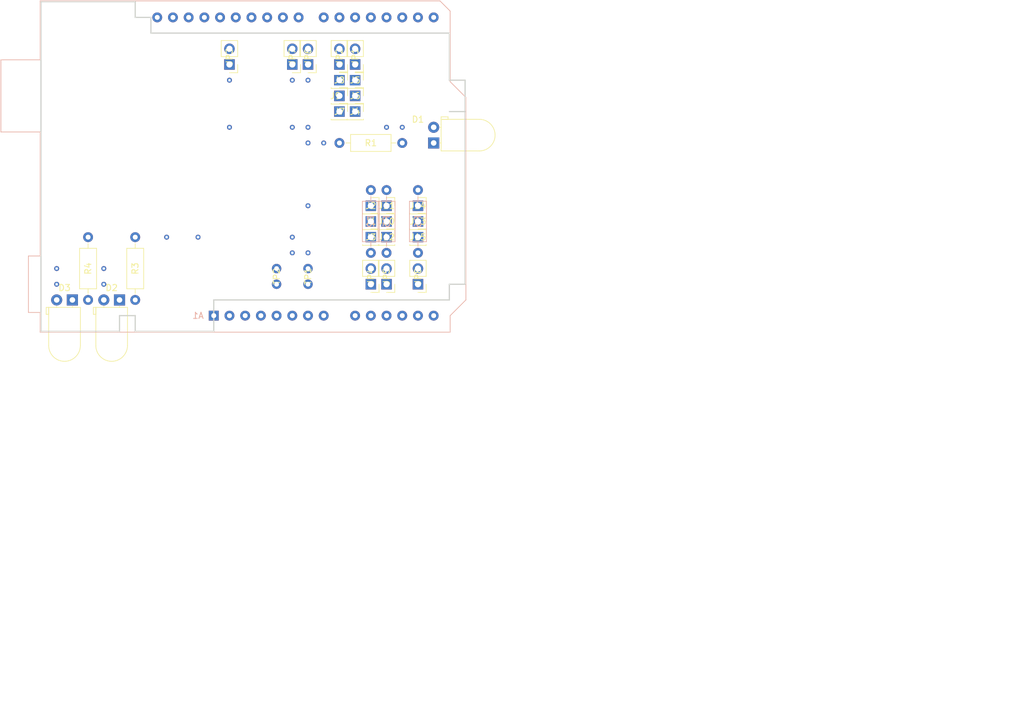
<source format=kicad_pcb>
(kicad_pcb (version 20171130) (host pcbnew "(5.1.4-0-10_14)")

  (general
    (thickness 1.6)
    (drawings 28)
    (tracks 145)
    (zones 0)
    (modules 35)
    (nets 45)
  )

  (page A4)
  (layers
    (0 F.Solder signal)
    (1 B.Solder signal)
    (2 F.Wire signal)
    (31 B.Wire signal)
    (32 B.Adhes user)
    (33 F.Adhes user)
    (34 B.Paste user)
    (35 F.Paste user)
    (36 B.SilkS user)
    (37 F.SilkS user)
    (38 B.Mask user)
    (39 F.Mask user)
    (40 Dwgs.User user)
    (41 Cmts.User user)
    (42 Eco1.User user)
    (43 Eco2.User user)
    (44 Edge.Cuts user)
    (45 Margin user)
    (46 B.CrtYd user)
    (47 F.CrtYd user)
    (48 B.Fab user hide)
    (49 F.Fab user hide)
  )

  (setup
    (last_trace_width 0.25)
    (trace_clearance 0.2)
    (zone_clearance 0.508)
    (zone_45_only no)
    (trace_min 0.2)
    (via_size 0.8)
    (via_drill 0.4)
    (via_min_size 0.4)
    (via_min_drill 0.3)
    (uvia_size 0.3)
    (uvia_drill 0.1)
    (uvias_allowed no)
    (uvia_min_size 0.2)
    (uvia_min_drill 0.1)
    (edge_width 0.15)
    (segment_width 0.2)
    (pcb_text_width 0.3)
    (pcb_text_size 1.5 1.5)
    (mod_edge_width 0.15)
    (mod_text_size 1 1)
    (mod_text_width 0.15)
    (pad_size 1.524 1.524)
    (pad_drill 0.762)
    (pad_to_mask_clearance 0.051)
    (solder_mask_min_width 0.25)
    (aux_axis_origin 0 0)
    (visible_elements FFFFFF7F)
    (pcbplotparams
      (layerselection 0x010fc_ffffffff)
      (usegerberextensions false)
      (usegerberattributes false)
      (usegerberadvancedattributes false)
      (creategerberjobfile false)
      (excludeedgelayer true)
      (linewidth 0.100000)
      (plotframeref false)
      (viasonmask false)
      (mode 1)
      (useauxorigin false)
      (hpglpennumber 1)
      (hpglpenspeed 20)
      (hpglpendiameter 15.000000)
      (psnegative false)
      (psa4output false)
      (plotreference true)
      (plotvalue true)
      (plotinvisibletext false)
      (padsonsilk false)
      (subtractmaskfromsilk false)
      (outputformat 1)
      (mirror false)
      (drillshape 1)
      (scaleselection 1)
      (outputdirectory ""))
  )

  (net 0 "")
  (net 1 "Net-(A1-Pad32)")
  (net 2 "Net-(A1-Pad31)")
  (net 3 "Net-(A1-Pad1)")
  (net 4 "Net-(A1-Pad17)")
  (net 5 "Net-(A1-Pad2)")
  (net 6 "Net-(A1-Pad18)")
  (net 7 "Net-(A1-Pad3)")
  (net 8 "Net-(A1-Pad19)")
  (net 9 "Net-(A1-Pad4)")
  (net 10 "Net-(A1-Pad20)")
  (net 11 +5V)
  (net 12 "Net-(A1-Pad21)")
  (net 13 GND)
  (net 14 "Net-(A1-Pad22)")
  (net 15 "Net-(A1-Pad23)")
  (net 16 "Net-(A1-Pad8)")
  (net 17 "Net-(A1-Pad24)")
  (net 18 "Net-(A1-Pad9)")
  (net 19 "Net-(A1-Pad25)")
  (net 20 "Net-(A1-Pad10)")
  (net 21 "Net-(A1-Pad26)")
  (net 22 "Net-(A1-Pad11)")
  (net 23 "Net-(A1-Pad27)")
  (net 24 "Net-(A1-Pad12)")
  (net 25 "Net-(A1-Pad28)")
  (net 26 "Net-(A1-Pad13)")
  (net 27 "Net-(A1-Pad14)")
  (net 28 "Net-(A1-Pad30)")
  (net 29 "Net-(A1-Pad15)")
  (net 30 "Net-(A1-Pad16)")
  (net 31 "Net-(D1-Pad1)")
  (net 32 "Net-(D1-Pad2)")
  (net 33 /PWM_A)
  (net 34 /PWM_B)
  (net 35 /ANALOG_A)
  (net 36 "Net-(JP4-Pad2)")
  (net 37 /ANALOG_B)
  (net 38 "Net-(JP5-Pad2)")
  (net 39 "Net-(D2-Pad2)")
  (net 40 "Net-(D2-Pad1)")
  (net 41 "Net-(D3-Pad1)")
  (net 42 "Net-(D3-Pad2)")
  (net 43 /ANALOG_C)
  (net 44 "Net-(JP8-Pad2)")

  (net_class Default "This is the default net class."
    (clearance 0.2)
    (trace_width 0.25)
    (via_dia 0.8)
    (via_drill 0.4)
    (uvia_dia 0.3)
    (uvia_drill 0.1)
    (add_net +5V)
    (add_net /ANALOG_A)
    (add_net /ANALOG_B)
    (add_net /ANALOG_C)
    (add_net /PWM_A)
    (add_net /PWM_B)
    (add_net GND)
    (add_net "Net-(A1-Pad1)")
    (add_net "Net-(A1-Pad10)")
    (add_net "Net-(A1-Pad11)")
    (add_net "Net-(A1-Pad12)")
    (add_net "Net-(A1-Pad13)")
    (add_net "Net-(A1-Pad14)")
    (add_net "Net-(A1-Pad15)")
    (add_net "Net-(A1-Pad16)")
    (add_net "Net-(A1-Pad17)")
    (add_net "Net-(A1-Pad18)")
    (add_net "Net-(A1-Pad19)")
    (add_net "Net-(A1-Pad2)")
    (add_net "Net-(A1-Pad20)")
    (add_net "Net-(A1-Pad21)")
    (add_net "Net-(A1-Pad22)")
    (add_net "Net-(A1-Pad23)")
    (add_net "Net-(A1-Pad24)")
    (add_net "Net-(A1-Pad25)")
    (add_net "Net-(A1-Pad26)")
    (add_net "Net-(A1-Pad27)")
    (add_net "Net-(A1-Pad28)")
    (add_net "Net-(A1-Pad3)")
    (add_net "Net-(A1-Pad30)")
    (add_net "Net-(A1-Pad31)")
    (add_net "Net-(A1-Pad32)")
    (add_net "Net-(A1-Pad4)")
    (add_net "Net-(A1-Pad8)")
    (add_net "Net-(A1-Pad9)")
    (add_net "Net-(D1-Pad1)")
    (add_net "Net-(D1-Pad2)")
    (add_net "Net-(D2-Pad1)")
    (add_net "Net-(D2-Pad2)")
    (add_net "Net-(D3-Pad1)")
    (add_net "Net-(D3-Pad2)")
    (add_net "Net-(JP4-Pad2)")
    (add_net "Net-(JP5-Pad2)")
    (add_net "Net-(JP8-Pad2)")
  )

  (module ECE3400:LED_5.0mm_Horizontal (layer F.Solder) (tedit 5DC3081A) (tstamp 5DC35ADE)
    (at 121.92 127)
    (path /5D9FAF8A)
    (fp_text reference D2 (at 1.27 -1.96 180) (layer F.SilkS)
      (effects (font (size 1 1) (thickness 0.15)))
    )
    (fp_text value Green (at 1.27 10.93 180) (layer F.Fab)
      (effects (font (size 1 1) (thickness 0.15)))
    )
    (fp_arc (start 1.27 7.37) (end 3.77 7.37) (angle 180) (layer F.Fab) (width 0.1))
    (fp_arc (start 1.27 7.37) (end 3.83 7.37) (angle 180) (layer F.SilkS) (width 0.12))
    (fp_line (start 3.77 1.27) (end 3.77 7.37) (layer F.Fab) (width 0.1))
    (fp_line (start -1.23 1.27) (end -1.23 7.37) (layer F.Fab) (width 0.1))
    (fp_line (start 3.77 1.27) (end -1.23 1.27) (layer F.Fab) (width 0.1))
    (fp_line (start -1.63 1.27) (end -1.63 2.27) (layer F.Fab) (width 0.1))
    (fp_line (start -1.63 2.27) (end -1.23 2.27) (layer F.Fab) (width 0.1))
    (fp_line (start -1.23 2.27) (end -1.23 1.27) (layer F.Fab) (width 0.1))
    (fp_line (start -1.23 1.27) (end -1.63 1.27) (layer F.Fab) (width 0.1))
    (fp_line (start 2.54 0) (end 2.54 1.27) (layer F.Fab) (width 0.1))
    (fp_line (start 2.54 1.27) (end 2.54 1.27) (layer F.Fab) (width 0.1))
    (fp_line (start 2.54 1.27) (end 2.54 0) (layer F.Fab) (width 0.1))
    (fp_line (start 2.54 0) (end 2.54 0) (layer F.Fab) (width 0.1))
    (fp_line (start 0 0) (end 0 1.27) (layer F.Fab) (width 0.1))
    (fp_line (start 0 1.27) (end 0 1.27) (layer F.Fab) (width 0.1))
    (fp_line (start 0 1.27) (end 0 0) (layer F.Fab) (width 0.1))
    (fp_line (start 0 0) (end 0 0) (layer F.Fab) (width 0.1))
    (fp_line (start 3.83 1.21) (end 3.83 7.37) (layer F.SilkS) (width 0.12))
    (fp_line (start -1.29 1.21) (end -1.29 7.37) (layer F.SilkS) (width 0.12))
    (fp_line (start 3.83 1.21) (end -1.29 1.21) (layer F.SilkS) (width 0.12))
    (fp_line (start -1.69 1.21) (end -1.69 2.33) (layer F.SilkS) (width 0.12))
    (fp_line (start -1.69 2.33) (end -1.29 2.33) (layer F.SilkS) (width 0.12))
    (fp_line (start -1.29 2.33) (end -1.29 1.21) (layer F.SilkS) (width 0.12))
    (fp_line (start -1.29 1.21) (end -1.69 1.21) (layer F.SilkS) (width 0.12))
    (fp_line (start 2.54 1.08) (end 2.54 1.21) (layer F.SilkS) (width 0.12))
    (fp_line (start 2.54 1.21) (end 2.54 1.21) (layer F.SilkS) (width 0.12))
    (fp_line (start 2.54 1.21) (end 2.54 1.08) (layer F.SilkS) (width 0.12))
    (fp_line (start 2.54 1.08) (end 2.54 1.08) (layer F.SilkS) (width 0.12))
    (fp_line (start 0 1.08) (end 0 1.21) (layer F.SilkS) (width 0.12))
    (fp_line (start 0 1.21) (end 0 1.21) (layer F.SilkS) (width 0.12))
    (fp_line (start 0 1.21) (end 0 1.08) (layer F.SilkS) (width 0.12))
    (fp_line (start 0 1.08) (end 0 1.08) (layer F.SilkS) (width 0.12))
    (fp_line (start 4.49 -1.25) (end 4.49 10.2) (layer F.CrtYd) (width 0.05))
    (fp_line (start 4.49 10.2) (end -1.96 10.2) (layer F.CrtYd) (width 0.05))
    (fp_line (start -1.96 10.2) (end -1.96 -1.25) (layer F.CrtYd) (width 0.05))
    (fp_line (start -1.96 -1.25) (end 4.49 -1.25) (layer F.CrtYd) (width 0.05))
    (pad 1 thru_hole rect (at 2.54 0) (size 1.8 1.8) (drill 0.9) (layers *.Cu *.Mask)
      (net 40 "Net-(D2-Pad1)"))
    (pad 2 thru_hole circle (at 0 0) (size 1.8 1.8) (drill 0.9) (layers *.Cu *.Mask)
      (net 39 "Net-(D2-Pad2)"))
    (model ${KISYS3DMOD}/LED_THT.3dshapes/LED_D5.0mm_Horizontal_O1.27mm_Z3.0mm.wrl
      (at (xyz 0 0 0))
      (scale (xyz 1 1 1))
      (rotate (xyz 0 0 0))
    )
  )

  (module ECE3400:LED_5.0mm_Horizontal (layer F.Solder) (tedit 5DC307D8) (tstamp 5DC35B08)
    (at 114.3 127)
    (path /5D9FAD93)
    (fp_text reference D3 (at 1.27 -1.96 180) (layer F.SilkS)
      (effects (font (size 1 1) (thickness 0.15)))
    )
    (fp_text value Red (at 1.27 10.93 180) (layer F.Fab)
      (effects (font (size 1 1) (thickness 0.15)))
    )
    (fp_line (start -1.96 -1.25) (end 4.49 -1.25) (layer F.CrtYd) (width 0.05))
    (fp_line (start -1.96 10.2) (end -1.96 -1.25) (layer F.CrtYd) (width 0.05))
    (fp_line (start 4.49 10.2) (end -1.96 10.2) (layer F.CrtYd) (width 0.05))
    (fp_line (start 4.49 -1.25) (end 4.49 10.2) (layer F.CrtYd) (width 0.05))
    (fp_line (start 0 1.08) (end 0 1.08) (layer F.SilkS) (width 0.12))
    (fp_line (start 0 1.21) (end 0 1.08) (layer F.SilkS) (width 0.12))
    (fp_line (start 0 1.21) (end 0 1.21) (layer F.SilkS) (width 0.12))
    (fp_line (start 0 1.08) (end 0 1.21) (layer F.SilkS) (width 0.12))
    (fp_line (start 2.54 1.08) (end 2.54 1.08) (layer F.SilkS) (width 0.12))
    (fp_line (start 2.54 1.21) (end 2.54 1.08) (layer F.SilkS) (width 0.12))
    (fp_line (start 2.54 1.21) (end 2.54 1.21) (layer F.SilkS) (width 0.12))
    (fp_line (start 2.54 1.08) (end 2.54 1.21) (layer F.SilkS) (width 0.12))
    (fp_line (start -1.29 1.21) (end -1.69 1.21) (layer F.SilkS) (width 0.12))
    (fp_line (start -1.29 2.33) (end -1.29 1.21) (layer F.SilkS) (width 0.12))
    (fp_line (start -1.69 2.33) (end -1.29 2.33) (layer F.SilkS) (width 0.12))
    (fp_line (start -1.69 1.21) (end -1.69 2.33) (layer F.SilkS) (width 0.12))
    (fp_line (start 3.83 1.21) (end -1.29 1.21) (layer F.SilkS) (width 0.12))
    (fp_line (start -1.29 1.21) (end -1.29 7.37) (layer F.SilkS) (width 0.12))
    (fp_line (start 3.83 1.21) (end 3.83 7.37) (layer F.SilkS) (width 0.12))
    (fp_line (start 0 0) (end 0 0) (layer F.Fab) (width 0.1))
    (fp_line (start 0 1.27) (end 0 0) (layer F.Fab) (width 0.1))
    (fp_line (start 0 1.27) (end 0 1.27) (layer F.Fab) (width 0.1))
    (fp_line (start 0 0) (end 0 1.27) (layer F.Fab) (width 0.1))
    (fp_line (start 2.54 0) (end 2.54 0) (layer F.Fab) (width 0.1))
    (fp_line (start 2.54 1.27) (end 2.54 0) (layer F.Fab) (width 0.1))
    (fp_line (start 2.54 1.27) (end 2.54 1.27) (layer F.Fab) (width 0.1))
    (fp_line (start 2.54 0) (end 2.54 1.27) (layer F.Fab) (width 0.1))
    (fp_line (start -1.23 1.27) (end -1.63 1.27) (layer F.Fab) (width 0.1))
    (fp_line (start -1.23 2.27) (end -1.23 1.27) (layer F.Fab) (width 0.1))
    (fp_line (start -1.63 2.27) (end -1.23 2.27) (layer F.Fab) (width 0.1))
    (fp_line (start -1.63 1.27) (end -1.63 2.27) (layer F.Fab) (width 0.1))
    (fp_line (start 3.77 1.27) (end -1.23 1.27) (layer F.Fab) (width 0.1))
    (fp_line (start -1.23 1.27) (end -1.23 7.37) (layer F.Fab) (width 0.1))
    (fp_line (start 3.77 1.27) (end 3.77 7.37) (layer F.Fab) (width 0.1))
    (fp_arc (start 1.27 7.37) (end 3.83 7.37) (angle 180) (layer F.SilkS) (width 0.12))
    (fp_arc (start 1.27 7.37) (end 3.77 7.37) (angle 180) (layer F.Fab) (width 0.1))
    (pad 2 thru_hole circle (at 0 0) (size 1.8 1.8) (drill 0.9) (layers *.Cu *.Mask)
      (net 42 "Net-(D3-Pad2)"))
    (pad 1 thru_hole rect (at 2.54 0) (size 1.8 1.8) (drill 0.9) (layers *.Cu *.Mask)
      (net 41 "Net-(D3-Pad1)"))
    (model ${KISYS3DMOD}/LED_THT.3dshapes/LED_D5.0mm_Horizontal_O1.27mm_Z3.0mm.wrl
      (at (xyz 0 0 0))
      (scale (xyz 1 1 1))
      (rotate (xyz 0 0 0))
    )
  )

  (module ECE3400:Arduino_UNO_R3 (layer B.Wire) (tedit 5D8CE35F) (tstamp 5DAACB6E)
    (at 139.7 129.54)
    (path /5D8F1316)
    (fp_text reference A1 (at -2.54 0 -180) (layer B.SilkS)
      (effects (font (size 1 1) (thickness 0.15)) (justify mirror))
    )
    (fp_text value Arduino_UNO_R3 (at 0 -22.86) (layer B.Fab)
      (effects (font (size 1 1) (thickness 0.15)) (justify mirror))
    )
    (fp_text user %R (at 0 -20.32 -180) (layer B.Fab)
      (effects (font (size 1 1) (thickness 0.15)) (justify mirror))
    )
    (fp_line (start 38.35 2.79) (end 38.35 0) (layer B.CrtYd) (width 0.05))
    (fp_line (start 38.35 0) (end 40.89 -2.54) (layer B.CrtYd) (width 0.05))
    (fp_line (start 40.89 -2.54) (end 40.89 -35.31) (layer B.CrtYd) (width 0.05))
    (fp_line (start 40.89 -35.31) (end 38.35 -37.85) (layer B.CrtYd) (width 0.05))
    (fp_line (start 38.35 -37.85) (end 38.35 -49.28) (layer B.CrtYd) (width 0.05))
    (fp_line (start 38.35 -49.28) (end 36.58 -51.05) (layer B.CrtYd) (width 0.05))
    (fp_line (start 36.58 -51.05) (end -28.19 -51.05) (layer B.CrtYd) (width 0.05))
    (fp_line (start -28.19 -51.05) (end -28.19 -41.53) (layer B.CrtYd) (width 0.05))
    (fp_line (start -28.19 -41.53) (end -34.54 -41.53) (layer B.CrtYd) (width 0.05))
    (fp_line (start -34.54 -41.53) (end -34.54 -29.59) (layer B.CrtYd) (width 0.05))
    (fp_line (start -34.54 -29.59) (end -28.19 -29.59) (layer B.CrtYd) (width 0.05))
    (fp_line (start -28.19 -29.59) (end -28.19 -9.78) (layer B.CrtYd) (width 0.05))
    (fp_line (start -28.19 -9.78) (end -30.1 -9.78) (layer B.CrtYd) (width 0.05))
    (fp_line (start -30.1 -9.78) (end -30.1 -0.38) (layer B.CrtYd) (width 0.05))
    (fp_line (start -30.1 -0.38) (end -28.19 -0.38) (layer B.CrtYd) (width 0.05))
    (fp_line (start -28.19 -0.38) (end -28.19 2.79) (layer B.CrtYd) (width 0.05))
    (fp_line (start -28.19 2.79) (end 38.35 2.79) (layer B.CrtYd) (width 0.05))
    (fp_line (start 40.77 -35.31) (end 40.77 -2.54) (layer B.SilkS) (width 0.12))
    (fp_line (start 40.77 -2.54) (end 38.23 0) (layer B.SilkS) (width 0.12))
    (fp_line (start 38.23 0) (end 38.23 2.67) (layer B.SilkS) (width 0.12))
    (fp_line (start 38.23 2.67) (end -28.07 2.67) (layer B.SilkS) (width 0.12))
    (fp_line (start -28.07 2.67) (end -28.07 -0.51) (layer B.SilkS) (width 0.12))
    (fp_line (start -28.07 -0.51) (end -29.97 -0.51) (layer B.SilkS) (width 0.12))
    (fp_line (start -29.97 -0.51) (end -29.97 -9.65) (layer B.SilkS) (width 0.12))
    (fp_line (start -29.97 -9.65) (end -28.07 -9.65) (layer B.SilkS) (width 0.12))
    (fp_line (start -28.07 -9.65) (end -28.07 -29.72) (layer B.SilkS) (width 0.12))
    (fp_line (start -28.07 -29.72) (end -34.42 -29.72) (layer B.SilkS) (width 0.12))
    (fp_line (start -34.42 -29.72) (end -34.42 -41.4) (layer B.SilkS) (width 0.12))
    (fp_line (start -34.42 -41.4) (end -28.07 -41.4) (layer B.SilkS) (width 0.12))
    (fp_line (start -28.07 -41.4) (end -28.07 -50.93) (layer B.SilkS) (width 0.12))
    (fp_line (start -28.07 -50.93) (end 36.58 -50.93) (layer B.SilkS) (width 0.12))
    (fp_line (start 36.58 -50.93) (end 38.23 -49.28) (layer B.SilkS) (width 0.12))
    (fp_line (start 38.23 -49.28) (end 38.23 -37.85) (layer B.SilkS) (width 0.12))
    (fp_line (start 38.23 -37.85) (end 40.77 -35.31) (layer B.SilkS) (width 0.12))
    (fp_line (start -34.29 -29.84) (end -18.41 -29.84) (layer B.Fab) (width 0.1))
    (fp_line (start -18.41 -29.84) (end -18.41 -41.27) (layer B.Fab) (width 0.1))
    (fp_line (start -18.41 -41.27) (end -34.29 -41.27) (layer B.Fab) (width 0.1))
    (fp_line (start -34.29 -41.27) (end -34.29 -29.84) (layer B.Fab) (width 0.1))
    (fp_line (start -29.84 -0.64) (end -16.51 -0.64) (layer B.Fab) (width 0.1))
    (fp_line (start -16.51 -0.64) (end -16.51 -9.53) (layer B.Fab) (width 0.1))
    (fp_line (start -16.51 -9.53) (end -29.84 -9.53) (layer B.Fab) (width 0.1))
    (fp_line (start -29.84 -9.53) (end -29.84 -0.64) (layer B.Fab) (width 0.1))
    (fp_line (start 38.1 -37.85) (end 38.1 -49.28) (layer B.Fab) (width 0.1))
    (fp_line (start 40.64 -2.54) (end 40.64 -35.31) (layer B.Fab) (width 0.1))
    (fp_line (start 40.64 -35.31) (end 38.1 -37.85) (layer B.Fab) (width 0.1))
    (fp_line (start 38.1 2.54) (end 38.1 0) (layer B.Fab) (width 0.1))
    (fp_line (start 38.1 0) (end 40.64 -2.54) (layer B.Fab) (width 0.1))
    (fp_line (start 38.1 -49.28) (end 36.58 -50.8) (layer B.Fab) (width 0.1))
    (fp_line (start 36.58 -50.8) (end -27.94 -50.8) (layer B.Fab) (width 0.1))
    (fp_line (start -27.94 -50.8) (end -27.94 2.54) (layer B.Fab) (width 0.1))
    (fp_line (start -27.94 2.54) (end 38.1 2.54) (layer B.Fab) (width 0.1))
    (pad 32 thru_hole oval (at -9.14 -48.26 270) (size 1.6 1.6) (drill 0.8) (layers *.Cu *.Mask)
      (net 1 "Net-(A1-Pad32)"))
    (pad 31 thru_hole oval (at -6.6 -48.26 270) (size 1.6 1.6) (drill 0.8) (layers *.Cu *.Mask)
      (net 2 "Net-(A1-Pad31)"))
    (pad 1 thru_hole rect (at 0 0 270) (size 1.6 1.6) (drill 0.8) (layers *.Cu *.Mask)
      (net 3 "Net-(A1-Pad1)"))
    (pad 17 thru_hole oval (at 30.48 -48.26 270) (size 1.6 1.6) (drill 0.8) (layers *.Cu *.Mask)
      (net 4 "Net-(A1-Pad17)"))
    (pad 2 thru_hole oval (at 2.54 0 270) (size 1.6 1.6) (drill 0.8) (layers *.Cu *.Mask)
      (net 5 "Net-(A1-Pad2)"))
    (pad 18 thru_hole oval (at 27.94 -48.26 270) (size 1.6 1.6) (drill 0.8) (layers *.Cu *.Mask)
      (net 6 "Net-(A1-Pad18)"))
    (pad 3 thru_hole oval (at 5.08 0 270) (size 1.6 1.6) (drill 0.8) (layers *.Cu *.Mask)
      (net 7 "Net-(A1-Pad3)"))
    (pad 19 thru_hole oval (at 25.4 -48.26 270) (size 1.6 1.6) (drill 0.8) (layers *.Cu *.Mask)
      (net 8 "Net-(A1-Pad19)"))
    (pad 4 thru_hole oval (at 7.62 0 270) (size 1.6 1.6) (drill 0.8) (layers *.Cu *.Mask)
      (net 9 "Net-(A1-Pad4)"))
    (pad 20 thru_hole oval (at 22.86 -48.26 270) (size 1.6 1.6) (drill 0.8) (layers *.Cu *.Mask)
      (net 10 "Net-(A1-Pad20)"))
    (pad 5 thru_hole oval (at 10.16 0 270) (size 1.6 1.6) (drill 0.8) (layers *.Cu *.Mask)
      (net 11 +5V))
    (pad 21 thru_hole oval (at 20.32 -48.26 270) (size 1.6 1.6) (drill 0.8) (layers *.Cu *.Mask)
      (net 12 "Net-(A1-Pad21)"))
    (pad 6 thru_hole oval (at 12.7 0 270) (size 1.6 1.6) (drill 0.8) (layers *.Cu *.Mask)
      (net 13 GND))
    (pad 22 thru_hole oval (at 17.78 -48.26 270) (size 1.6 1.6) (drill 0.8) (layers *.Cu *.Mask)
      (net 14 "Net-(A1-Pad22)"))
    (pad 7 thru_hole oval (at 15.24 0 270) (size 1.6 1.6) (drill 0.8) (layers *.Cu *.Mask)
      (net 13 GND))
    (pad 23 thru_hole oval (at 13.72 -48.26 270) (size 1.6 1.6) (drill 0.8) (layers *.Cu *.Mask)
      (net 15 "Net-(A1-Pad23)"))
    (pad 8 thru_hole oval (at 17.78 0 270) (size 1.6 1.6) (drill 0.8) (layers *.Cu *.Mask)
      (net 16 "Net-(A1-Pad8)"))
    (pad 24 thru_hole oval (at 11.18 -48.26 270) (size 1.6 1.6) (drill 0.8) (layers *.Cu *.Mask)
      (net 17 "Net-(A1-Pad24)"))
    (pad 9 thru_hole oval (at 22.86 0 270) (size 1.6 1.6) (drill 0.8) (layers *.Cu *.Mask)
      (net 18 "Net-(A1-Pad9)"))
    (pad 25 thru_hole oval (at 8.64 -48.26 270) (size 1.6 1.6) (drill 0.8) (layers *.Cu *.Mask)
      (net 19 "Net-(A1-Pad25)"))
    (pad 10 thru_hole oval (at 25.4 0 270) (size 1.6 1.6) (drill 0.8) (layers *.Cu *.Mask)
      (net 20 "Net-(A1-Pad10)"))
    (pad 26 thru_hole oval (at 6.1 -48.26 270) (size 1.6 1.6) (drill 0.8) (layers *.Cu *.Mask)
      (net 21 "Net-(A1-Pad26)"))
    (pad 11 thru_hole oval (at 27.94 0 270) (size 1.6 1.6) (drill 0.8) (layers *.Cu *.Mask)
      (net 22 "Net-(A1-Pad11)"))
    (pad 27 thru_hole oval (at 3.56 -48.26 270) (size 1.6 1.6) (drill 0.8) (layers *.Cu *.Mask)
      (net 23 "Net-(A1-Pad27)"))
    (pad 12 thru_hole oval (at 30.48 0 270) (size 1.6 1.6) (drill 0.8) (layers *.Cu *.Mask)
      (net 24 "Net-(A1-Pad12)"))
    (pad 28 thru_hole oval (at 1.02 -48.26 270) (size 1.6 1.6) (drill 0.8) (layers *.Cu *.Mask)
      (net 25 "Net-(A1-Pad28)"))
    (pad 13 thru_hole oval (at 33.02 0 270) (size 1.6 1.6) (drill 0.8) (layers *.Cu *.Mask)
      (net 26 "Net-(A1-Pad13)"))
    (pad 29 thru_hole oval (at -1.52 -48.26 270) (size 1.6 1.6) (drill 0.8) (layers *.Cu *.Mask)
      (net 13 GND))
    (pad 14 thru_hole oval (at 35.56 0 270) (size 1.6 1.6) (drill 0.8) (layers *.Cu *.Mask)
      (net 27 "Net-(A1-Pad14)"))
    (pad 30 thru_hole oval (at -4.06 -48.26 270) (size 1.6 1.6) (drill 0.8) (layers *.Cu *.Mask)
      (net 28 "Net-(A1-Pad30)"))
    (pad 15 thru_hole oval (at 35.56 -48.26 270) (size 1.6 1.6) (drill 0.8) (layers *.Cu *.Mask)
      (net 29 "Net-(A1-Pad15)"))
    (pad 16 thru_hole oval (at 33.02 -48.26 270) (size 1.6 1.6) (drill 0.8) (layers *.Cu *.Mask)
      (net 30 "Net-(A1-Pad16)"))
    (model ${KISYS3DMOD}/Module.3dshapes/Arduino_UNO_R3.wrl
      (at (xyz 0 0 0))
      (scale (xyz 1 1 1))
      (rotate (xyz 0 0 0))
    )
  )

  (module ECE3400:Jumper (layer F.Solder) (tedit 5D88F95F) (tstamp 5DBC5E94)
    (at 162.56 88.9 180)
    (path /5D8FA794)
    (fp_text reference JP1 (at 0 1.27 270) (layer F.SilkS)
      (effects (font (size 1 1) (thickness 0.15)))
    )
    (fp_text value Jumper (at 0 4.87 180) (layer F.Fab)
      (effects (font (size 1 1) (thickness 0.15)))
    )
    (fp_line (start -0.635 -1.27) (end 1.27 -1.27) (layer F.Fab) (width 0.1))
    (fp_line (start 1.27 -1.27) (end 1.27 3.81) (layer F.Fab) (width 0.1))
    (fp_line (start 1.27 3.81) (end -1.27 3.81) (layer F.Fab) (width 0.1))
    (fp_line (start -1.27 3.81) (end -1.27 -0.635) (layer F.Fab) (width 0.1))
    (fp_line (start -1.27 -0.635) (end -0.635 -1.27) (layer F.Fab) (width 0.1))
    (fp_line (start -1.33 3.87) (end 1.33 3.87) (layer F.SilkS) (width 0.12))
    (fp_line (start -1.33 1.27) (end -1.33 3.87) (layer F.SilkS) (width 0.12))
    (fp_line (start 1.33 1.27) (end 1.33 3.87) (layer F.SilkS) (width 0.12))
    (fp_line (start -1.33 1.27) (end 1.33 1.27) (layer F.SilkS) (width 0.12))
    (fp_line (start -1.33 0) (end -1.33 -1.33) (layer F.SilkS) (width 0.12))
    (fp_line (start -1.33 -1.33) (end 0 -1.33) (layer F.SilkS) (width 0.12))
    (fp_line (start -1.8 -1.8) (end -1.8 4.35) (layer F.CrtYd) (width 0.05))
    (fp_line (start -1.8 4.35) (end 1.8 4.35) (layer F.CrtYd) (width 0.05))
    (fp_line (start 1.8 4.35) (end 1.8 -1.8) (layer F.CrtYd) (width 0.05))
    (fp_line (start 1.8 -1.8) (end -1.8 -1.8) (layer F.CrtYd) (width 0.05))
    (fp_text user %R (at 0 1.27 270) (layer F.Fab)
      (effects (font (size 1 1) (thickness 0.15)))
    )
    (pad 1 thru_hole rect (at 0 0 180) (size 1.7 1.7) (drill 1) (layers *.Cu *.Mask)
      (net 33 /PWM_A))
    (pad 2 thru_hole oval (at 0 2.54 180) (size 1.7 1.7) (drill 1) (layers *.Cu *.Mask)
      (net 10 "Net-(A1-Pad20)"))
    (model ${KISYS3DMOD}/Connector_PinHeader_2.54mm.3dshapes/PinHeader_1x02_P2.54mm_Vertical.wrl
      (at (xyz 0 0 0))
      (scale (xyz 1 1 1))
      (rotate (xyz 0 0 0))
    )
  )

  (module ECE3400:Jumper (layer F.Solder) (tedit 5D88F95F) (tstamp 5E130B99)
    (at 160.02 88.9 180)
    (path /5D8FC3F0)
    (fp_text reference JP2 (at 0 1.27 270) (layer F.SilkS)
      (effects (font (size 1 1) (thickness 0.15)))
    )
    (fp_text value Jumper (at 0 4.87 180) (layer F.Fab)
      (effects (font (size 1 1) (thickness 0.15)))
    )
    (fp_text user %R (at 0 1.27 270) (layer F.Fab)
      (effects (font (size 1 1) (thickness 0.15)))
    )
    (fp_line (start 1.8 -1.8) (end -1.8 -1.8) (layer F.CrtYd) (width 0.05))
    (fp_line (start 1.8 4.35) (end 1.8 -1.8) (layer F.CrtYd) (width 0.05))
    (fp_line (start -1.8 4.35) (end 1.8 4.35) (layer F.CrtYd) (width 0.05))
    (fp_line (start -1.8 -1.8) (end -1.8 4.35) (layer F.CrtYd) (width 0.05))
    (fp_line (start -1.33 -1.33) (end 0 -1.33) (layer F.SilkS) (width 0.12))
    (fp_line (start -1.33 0) (end -1.33 -1.33) (layer F.SilkS) (width 0.12))
    (fp_line (start -1.33 1.27) (end 1.33 1.27) (layer F.SilkS) (width 0.12))
    (fp_line (start 1.33 1.27) (end 1.33 3.87) (layer F.SilkS) (width 0.12))
    (fp_line (start -1.33 1.27) (end -1.33 3.87) (layer F.SilkS) (width 0.12))
    (fp_line (start -1.33 3.87) (end 1.33 3.87) (layer F.SilkS) (width 0.12))
    (fp_line (start -1.27 -0.635) (end -0.635 -1.27) (layer F.Fab) (width 0.1))
    (fp_line (start -1.27 3.81) (end -1.27 -0.635) (layer F.Fab) (width 0.1))
    (fp_line (start 1.27 3.81) (end -1.27 3.81) (layer F.Fab) (width 0.1))
    (fp_line (start 1.27 -1.27) (end 1.27 3.81) (layer F.Fab) (width 0.1))
    (fp_line (start -0.635 -1.27) (end 1.27 -1.27) (layer F.Fab) (width 0.1))
    (pad 2 thru_hole oval (at 0 2.54 180) (size 1.7 1.7) (drill 1) (layers *.Cu *.Mask)
      (net 12 "Net-(A1-Pad21)"))
    (pad 1 thru_hole rect (at 0 0 180) (size 1.7 1.7) (drill 1) (layers *.Cu *.Mask)
      (net 34 /PWM_B))
    (model ${KISYS3DMOD}/Connector_PinHeader_2.54mm.3dshapes/PinHeader_1x02_P2.54mm_Vertical.wrl
      (at (xyz 0 0 0))
      (scale (xyz 1 1 1))
      (rotate (xyz 0 0 0))
    )
  )

  (module ECE3400:Jumper (layer F.Solder) (tedit 5D88F95F) (tstamp 5E130BAF)
    (at 142.24 88.9 180)
    (path /5DB0C81B)
    (fp_text reference JP3 (at 0 1.27 270) (layer F.SilkS)
      (effects (font (size 1 1) (thickness 0.15)))
    )
    (fp_text value Jumper (at 0 4.87 180) (layer F.Fab)
      (effects (font (size 1 1) (thickness 0.15)))
    )
    (fp_line (start -0.635 -1.27) (end 1.27 -1.27) (layer F.Fab) (width 0.1))
    (fp_line (start 1.27 -1.27) (end 1.27 3.81) (layer F.Fab) (width 0.1))
    (fp_line (start 1.27 3.81) (end -1.27 3.81) (layer F.Fab) (width 0.1))
    (fp_line (start -1.27 3.81) (end -1.27 -0.635) (layer F.Fab) (width 0.1))
    (fp_line (start -1.27 -0.635) (end -0.635 -1.27) (layer F.Fab) (width 0.1))
    (fp_line (start -1.33 3.87) (end 1.33 3.87) (layer F.SilkS) (width 0.12))
    (fp_line (start -1.33 1.27) (end -1.33 3.87) (layer F.SilkS) (width 0.12))
    (fp_line (start 1.33 1.27) (end 1.33 3.87) (layer F.SilkS) (width 0.12))
    (fp_line (start -1.33 1.27) (end 1.33 1.27) (layer F.SilkS) (width 0.12))
    (fp_line (start -1.33 0) (end -1.33 -1.33) (layer F.SilkS) (width 0.12))
    (fp_line (start -1.33 -1.33) (end 0 -1.33) (layer F.SilkS) (width 0.12))
    (fp_line (start -1.8 -1.8) (end -1.8 4.35) (layer F.CrtYd) (width 0.05))
    (fp_line (start -1.8 4.35) (end 1.8 4.35) (layer F.CrtYd) (width 0.05))
    (fp_line (start 1.8 4.35) (end 1.8 -1.8) (layer F.CrtYd) (width 0.05))
    (fp_line (start 1.8 -1.8) (end -1.8 -1.8) (layer F.CrtYd) (width 0.05))
    (fp_text user %R (at 0 1.27 270) (layer F.Fab)
      (effects (font (size 1 1) (thickness 0.15)))
    )
    (pad 1 thru_hole rect (at 0 0 180) (size 1.7 1.7) (drill 1) (layers *.Cu *.Mask)
      (net 32 "Net-(D1-Pad2)"))
    (pad 2 thru_hole oval (at 0 2.54 180) (size 1.7 1.7) (drill 1) (layers *.Cu *.Mask)
      (net 25 "Net-(A1-Pad28)"))
    (model ${KISYS3DMOD}/Connector_PinHeader_2.54mm.3dshapes/PinHeader_1x02_P2.54mm_Vertical.wrl
      (at (xyz 0 0 0))
      (scale (xyz 1 1 1))
      (rotate (xyz 0 0 0))
    )
  )

  (module ECE3400:Resistor_THT (layer F.Solder) (tedit 5D854DED) (tstamp 5E130BC6)
    (at 160.02 101.6)
    (descr "Resistor, Axial_DIN0207 series, Axial, Horizontal, pin pitch=10.16mm, 0.25W = 1/4W, length*diameter=6.3*2.5mm^2, http://cdn-reichelt.de/documents/datenblatt/B400/1_4W%23YAG.pdf")
    (tags "Resistor Axial_DIN0207 series Axial Horizontal pin pitch 10.16mm 0.25W = 1/4W length 6.3mm diameter 2.5mm")
    (path /5DB073E3)
    (fp_text reference R1 (at 5.08 0) (layer F.SilkS)
      (effects (font (size 1 1) (thickness 0.15)))
    )
    (fp_text value 1k (at 5.08 2.37) (layer F.Fab)
      (effects (font (size 1 1) (thickness 0.15)))
    )
    (fp_line (start 1.93 -1.25) (end 1.93 1.25) (layer F.Fab) (width 0.1))
    (fp_line (start 1.93 1.25) (end 8.23 1.25) (layer F.Fab) (width 0.1))
    (fp_line (start 8.23 1.25) (end 8.23 -1.25) (layer F.Fab) (width 0.1))
    (fp_line (start 8.23 -1.25) (end 1.93 -1.25) (layer F.Fab) (width 0.1))
    (fp_line (start 0 0) (end 1.93 0) (layer F.Fab) (width 0.1))
    (fp_line (start 10.16 0) (end 8.23 0) (layer F.Fab) (width 0.1))
    (fp_line (start 1.81 -1.37) (end 1.81 1.37) (layer F.SilkS) (width 0.12))
    (fp_line (start 1.81 1.37) (end 8.35 1.37) (layer F.SilkS) (width 0.12))
    (fp_line (start 8.35 1.37) (end 8.35 -1.37) (layer F.SilkS) (width 0.12))
    (fp_line (start 8.35 -1.37) (end 1.81 -1.37) (layer F.SilkS) (width 0.12))
    (fp_line (start 1.04 0) (end 1.81 0) (layer F.SilkS) (width 0.12))
    (fp_line (start 9.12 0) (end 8.35 0) (layer F.SilkS) (width 0.12))
    (fp_line (start -1.05 -1.5) (end -1.05 1.5) (layer F.CrtYd) (width 0.05))
    (fp_line (start -1.05 1.5) (end 11.21 1.5) (layer F.CrtYd) (width 0.05))
    (fp_line (start 11.21 1.5) (end 11.21 -1.5) (layer F.CrtYd) (width 0.05))
    (fp_line (start 11.21 -1.5) (end -1.05 -1.5) (layer F.CrtYd) (width 0.05))
    (fp_text user %R (at 5.08 0) (layer F.Fab)
      (effects (font (size 1 1) (thickness 0.15)))
    )
    (pad 1 thru_hole circle (at 0 0) (size 1.6 1.6) (drill 0.8) (layers *.Cu *.Mask)
      (net 13 GND))
    (pad 2 thru_hole oval (at 10.16 0) (size 1.6 1.6) (drill 0.8) (layers *.Cu *.Mask)
      (net 31 "Net-(D1-Pad1)"))
    (model ${KISYS3DMOD}/Resistor_THT.3dshapes/R_Axial_DIN0207_L6.3mm_D2.5mm_P10.16mm_Horizontal.wrl
      (at (xyz 0 0 0))
      (scale (xyz 1 1 1))
      (rotate (xyz 0 0 0))
    )
  )

  (module ECE3400:Test_Point (layer F.Solder) (tedit 5D890682) (tstamp 5E130BCD)
    (at 154.94 121.92 270)
    (path /5DA9A11C)
    (fp_text reference TP1 (at 1.27 0 90) (layer F.SilkS)
      (effects (font (size 1 1) (thickness 0.15)))
    )
    (fp_text value Test_Point (at 0 -2.54 270) (layer F.Fab)
      (effects (font (size 1 1) (thickness 0.15)))
    )
    (fp_line (start 0 0) (end 2.54 0) (layer F.CrtYd) (width 1.27))
    (pad 1 thru_hole circle (at 2.54 0 270) (size 1.524 1.524) (drill 0.762) (layers *.Cu *.Mask)
      (net 13 GND))
    (pad 1 thru_hole circle (at 0 0 270) (size 1.524 1.524) (drill 0.762) (layers *.Cu *.Mask)
      (net 13 GND))
  )

  (module ECE3400:Test_Point (layer F.Solder) (tedit 5D890682) (tstamp 5E130BD4)
    (at 149.86 124.46 90)
    (path /5DA887CB)
    (fp_text reference TP2 (at 1.27 0 270) (layer F.SilkS)
      (effects (font (size 1 1) (thickness 0.15)))
    )
    (fp_text value Test_Point (at 0 -2.54 90) (layer F.Fab)
      (effects (font (size 1 1) (thickness 0.15)))
    )
    (fp_line (start 0 0) (end 2.54 0) (layer F.CrtYd) (width 1.27))
    (pad 1 thru_hole circle (at 0 0 90) (size 1.524 1.524) (drill 0.762) (layers *.Cu *.Mask)
      (net 11 +5V))
    (pad 1 thru_hole circle (at 2.54 0 90) (size 1.524 1.524) (drill 0.762) (layers *.Cu *.Mask)
      (net 11 +5V))
  )

  (module ECE3400:Jumper (layer F.Solder) (tedit 5D88F95F) (tstamp 5DAF5E5F)
    (at 165.1 124.46 180)
    (path /5D9C57D0)
    (fp_text reference JP4 (at 0 1.27 270) (layer F.SilkS)
      (effects (font (size 1 1) (thickness 0.15)))
    )
    (fp_text value Jumper (at 0 4.87 180) (layer F.Fab)
      (effects (font (size 1 1) (thickness 0.15)))
    )
    (fp_line (start -0.635 -1.27) (end 1.27 -1.27) (layer F.Fab) (width 0.1))
    (fp_line (start 1.27 -1.27) (end 1.27 3.81) (layer F.Fab) (width 0.1))
    (fp_line (start 1.27 3.81) (end -1.27 3.81) (layer F.Fab) (width 0.1))
    (fp_line (start -1.27 3.81) (end -1.27 -0.635) (layer F.Fab) (width 0.1))
    (fp_line (start -1.27 -0.635) (end -0.635 -1.27) (layer F.Fab) (width 0.1))
    (fp_line (start -1.33 3.87) (end 1.33 3.87) (layer F.SilkS) (width 0.12))
    (fp_line (start -1.33 1.27) (end -1.33 3.87) (layer F.SilkS) (width 0.12))
    (fp_line (start 1.33 1.27) (end 1.33 3.87) (layer F.SilkS) (width 0.12))
    (fp_line (start -1.33 1.27) (end 1.33 1.27) (layer F.SilkS) (width 0.12))
    (fp_line (start -1.33 0) (end -1.33 -1.33) (layer F.SilkS) (width 0.12))
    (fp_line (start -1.33 -1.33) (end 0 -1.33) (layer F.SilkS) (width 0.12))
    (fp_line (start -1.8 -1.8) (end -1.8 4.35) (layer F.CrtYd) (width 0.05))
    (fp_line (start -1.8 4.35) (end 1.8 4.35) (layer F.CrtYd) (width 0.05))
    (fp_line (start 1.8 4.35) (end 1.8 -1.8) (layer F.CrtYd) (width 0.05))
    (fp_line (start 1.8 -1.8) (end -1.8 -1.8) (layer F.CrtYd) (width 0.05))
    (fp_text user %R (at 0 1.27 270) (layer F.Fab)
      (effects (font (size 1 1) (thickness 0.15)))
    )
    (pad 1 thru_hole rect (at 0 0 180) (size 1.7 1.7) (drill 1) (layers *.Cu *.Mask)
      (net 20 "Net-(A1-Pad10)"))
    (pad 2 thru_hole oval (at 0 2.54 180) (size 1.7 1.7) (drill 1) (layers *.Cu *.Mask)
      (net 36 "Net-(JP4-Pad2)"))
    (model ${KISYS3DMOD}/Connector_PinHeader_2.54mm.3dshapes/PinHeader_1x02_P2.54mm_Vertical.wrl
      (at (xyz 0 0 0))
      (scale (xyz 1 1 1))
      (rotate (xyz 0 0 0))
    )
  )

  (module ECE3400:Resistor_THT (layer B.Wire) (tedit 5D854DED) (tstamp 5DAF61D0)
    (at 165.1 119.38 90)
    (descr "Resistor, Axial_DIN0207 series, Axial, Horizontal, pin pitch=10.16mm, 0.25W = 1/4W, length*diameter=6.3*2.5mm^2, http://cdn-reichelt.de/documents/datenblatt/B400/1_4W%23YAG.pdf")
    (tags "Resistor Axial_DIN0207 series Axial Horizontal pin pitch 10.16mm 0.25W = 1/4W length 6.3mm diameter 2.5mm")
    (path /5D9D39C6)
    (fp_text reference R2 (at 5.08 0 90) (layer B.SilkS)
      (effects (font (size 1 1) (thickness 0.15)) (justify mirror))
    )
    (fp_text value 1k (at 5.08 -2.37 90) (layer B.Fab)
      (effects (font (size 1 1) (thickness 0.15)) (justify mirror))
    )
    (fp_line (start 1.93 1.25) (end 1.93 -1.25) (layer B.Fab) (width 0.1))
    (fp_line (start 1.93 -1.25) (end 8.23 -1.25) (layer B.Fab) (width 0.1))
    (fp_line (start 8.23 -1.25) (end 8.23 1.25) (layer B.Fab) (width 0.1))
    (fp_line (start 8.23 1.25) (end 1.93 1.25) (layer B.Fab) (width 0.1))
    (fp_line (start 0 0) (end 1.93 0) (layer B.Fab) (width 0.1))
    (fp_line (start 10.16 0) (end 8.23 0) (layer B.Fab) (width 0.1))
    (fp_line (start 1.81 1.37) (end 1.81 -1.37) (layer B.SilkS) (width 0.12))
    (fp_line (start 1.81 -1.37) (end 8.35 -1.37) (layer B.SilkS) (width 0.12))
    (fp_line (start 8.35 -1.37) (end 8.35 1.37) (layer B.SilkS) (width 0.12))
    (fp_line (start 8.35 1.37) (end 1.81 1.37) (layer B.SilkS) (width 0.12))
    (fp_line (start 1.04 0) (end 1.81 0) (layer B.SilkS) (width 0.12))
    (fp_line (start 9.12 0) (end 8.35 0) (layer B.SilkS) (width 0.12))
    (fp_line (start -1.05 1.5) (end -1.05 -1.5) (layer B.CrtYd) (width 0.05))
    (fp_line (start -1.05 -1.5) (end 11.21 -1.5) (layer B.CrtYd) (width 0.05))
    (fp_line (start 11.21 -1.5) (end 11.21 1.5) (layer B.CrtYd) (width 0.05))
    (fp_line (start 11.21 1.5) (end -1.05 1.5) (layer B.CrtYd) (width 0.05))
    (fp_text user %R (at 5.08 0 90) (layer B.Fab)
      (effects (font (size 1 1) (thickness 0.15)) (justify mirror))
    )
    (pad 1 thru_hole circle (at 0 0 90) (size 1.6 1.6) (drill 0.8) (layers *.Cu *.Mask)
      (net 36 "Net-(JP4-Pad2)"))
    (pad 2 thru_hole oval (at 10.16 0 90) (size 1.6 1.6) (drill 0.8) (layers *.Cu *.Mask)
      (net 35 /ANALOG_A))
    (model ${KISYS3DMOD}/Resistor_THT.3dshapes/R_Axial_DIN0207_L6.3mm_D2.5mm_P10.16mm_Horizontal.wrl
      (at (xyz 0 0 0))
      (scale (xyz 1 1 1))
      (rotate (xyz 0 0 0))
    )
  )

  (module ECE3400:PinSocket_1x1 (layer F.Solder) (tedit 5D854FCC) (tstamp 5DBC5AEE)
    (at 165.1 114.3)
    (path /5DA0D059)
    (fp_text reference J1 (at 0 0) (layer F.SilkS)
      (effects (font (size 1 1) (thickness 0.15)))
    )
    (fp_text value Conn_1x1_Female (at 0 2.77) (layer F.Fab)
      (effects (font (size 1 1) (thickness 0.15)))
    )
    (fp_text user %R (at 0 0) (layer F.Fab)
      (effects (font (size 1 1) (thickness 0.15)))
    )
    (fp_line (start -1.8 1.75) (end -1.8 -1.8) (layer F.CrtYd) (width 0.05))
    (fp_line (start 1.75 1.75) (end -1.8 1.75) (layer F.CrtYd) (width 0.05))
    (fp_line (start 1.75 -1.8) (end 1.75 1.75) (layer F.CrtYd) (width 0.05))
    (fp_line (start -1.8 -1.8) (end 1.75 -1.8) (layer F.CrtYd) (width 0.05))
    (fp_line (start 0 -1.33) (end 1.33 -1.33) (layer F.SilkS) (width 0.12))
    (fp_line (start 1.33 -1.33) (end 1.33 0) (layer F.SilkS) (width 0.12))
    (fp_line (start 1.33 1.21) (end 1.33 1.33) (layer F.SilkS) (width 0.12))
    (fp_line (start -1.33 1.21) (end -1.33 1.33) (layer F.SilkS) (width 0.12))
    (fp_line (start -1.33 1.33) (end 1.33 1.33) (layer F.SilkS) (width 0.12))
    (fp_line (start -1.27 1.27) (end -1.27 -1.27) (layer F.Fab) (width 0.1))
    (fp_line (start 1.27 1.27) (end -1.27 1.27) (layer F.Fab) (width 0.1))
    (fp_line (start 1.27 -0.635) (end 1.27 1.27) (layer F.Fab) (width 0.1))
    (fp_line (start 0.635 -1.27) (end 1.27 -0.635) (layer F.Fab) (width 0.1))
    (fp_line (start -1.27 -1.27) (end 0.635 -1.27) (layer F.Fab) (width 0.1))
    (pad 1 thru_hole rect (at 0 0) (size 1.7 1.7) (drill 1) (layers *.Cu *.Mask)
      (net 11 +5V))
    (model ${KISYS3DMOD}/Connector_PinSocket_2.54mm.3dshapes/PinSocket_1x01_P2.54mm_Vertical.wrl
      (at (xyz 0 0 0))
      (scale (xyz 1 1 1))
      (rotate (xyz 0 0 0))
    )
  )

  (module ECE3400:PinSocket_1x1 (layer F.Solder) (tedit 5D854FCC) (tstamp 5DBC5B02)
    (at 165.1 111.76)
    (path /5DA0C521)
    (fp_text reference J2 (at 0 0) (layer F.SilkS)
      (effects (font (size 1 1) (thickness 0.15)))
    )
    (fp_text value Conn_1x1_Female (at 0 2.77) (layer F.Fab)
      (effects (font (size 1 1) (thickness 0.15)))
    )
    (fp_line (start -1.27 -1.27) (end 0.635 -1.27) (layer F.Fab) (width 0.1))
    (fp_line (start 0.635 -1.27) (end 1.27 -0.635) (layer F.Fab) (width 0.1))
    (fp_line (start 1.27 -0.635) (end 1.27 1.27) (layer F.Fab) (width 0.1))
    (fp_line (start 1.27 1.27) (end -1.27 1.27) (layer F.Fab) (width 0.1))
    (fp_line (start -1.27 1.27) (end -1.27 -1.27) (layer F.Fab) (width 0.1))
    (fp_line (start -1.33 1.33) (end 1.33 1.33) (layer F.SilkS) (width 0.12))
    (fp_line (start -1.33 1.21) (end -1.33 1.33) (layer F.SilkS) (width 0.12))
    (fp_line (start 1.33 1.21) (end 1.33 1.33) (layer F.SilkS) (width 0.12))
    (fp_line (start 1.33 -1.33) (end 1.33 0) (layer F.SilkS) (width 0.12))
    (fp_line (start 0 -1.33) (end 1.33 -1.33) (layer F.SilkS) (width 0.12))
    (fp_line (start -1.8 -1.8) (end 1.75 -1.8) (layer F.CrtYd) (width 0.05))
    (fp_line (start 1.75 -1.8) (end 1.75 1.75) (layer F.CrtYd) (width 0.05))
    (fp_line (start 1.75 1.75) (end -1.8 1.75) (layer F.CrtYd) (width 0.05))
    (fp_line (start -1.8 1.75) (end -1.8 -1.8) (layer F.CrtYd) (width 0.05))
    (fp_text user %R (at 0 0) (layer F.Fab)
      (effects (font (size 1 1) (thickness 0.15)))
    )
    (pad 1 thru_hole rect (at 0 0) (size 1.7 1.7) (drill 1) (layers *.Cu *.Mask)
      (net 35 /ANALOG_A))
    (model ${KISYS3DMOD}/Connector_PinSocket_2.54mm.3dshapes/PinSocket_1x01_P2.54mm_Vertical.wrl
      (at (xyz 0 0 0))
      (scale (xyz 1 1 1))
      (rotate (xyz 0 0 0))
    )
  )

  (module ECE3400:PinSocket_1x1 (layer F.Solder) (tedit 5D854FCC) (tstamp 5DBC5B16)
    (at 165.1 116.84)
    (path /5DA0D09F)
    (fp_text reference J3 (at 0 0) (layer F.SilkS)
      (effects (font (size 1 1) (thickness 0.15)))
    )
    (fp_text value Conn_1x1_Female (at 0 2.77) (layer F.Fab)
      (effects (font (size 1 1) (thickness 0.15)))
    )
    (fp_line (start -1.27 -1.27) (end 0.635 -1.27) (layer F.Fab) (width 0.1))
    (fp_line (start 0.635 -1.27) (end 1.27 -0.635) (layer F.Fab) (width 0.1))
    (fp_line (start 1.27 -0.635) (end 1.27 1.27) (layer F.Fab) (width 0.1))
    (fp_line (start 1.27 1.27) (end -1.27 1.27) (layer F.Fab) (width 0.1))
    (fp_line (start -1.27 1.27) (end -1.27 -1.27) (layer F.Fab) (width 0.1))
    (fp_line (start -1.33 1.33) (end 1.33 1.33) (layer F.SilkS) (width 0.12))
    (fp_line (start -1.33 1.21) (end -1.33 1.33) (layer F.SilkS) (width 0.12))
    (fp_line (start 1.33 1.21) (end 1.33 1.33) (layer F.SilkS) (width 0.12))
    (fp_line (start 1.33 -1.33) (end 1.33 0) (layer F.SilkS) (width 0.12))
    (fp_line (start 0 -1.33) (end 1.33 -1.33) (layer F.SilkS) (width 0.12))
    (fp_line (start -1.8 -1.8) (end 1.75 -1.8) (layer F.CrtYd) (width 0.05))
    (fp_line (start 1.75 -1.8) (end 1.75 1.75) (layer F.CrtYd) (width 0.05))
    (fp_line (start 1.75 1.75) (end -1.8 1.75) (layer F.CrtYd) (width 0.05))
    (fp_line (start -1.8 1.75) (end -1.8 -1.8) (layer F.CrtYd) (width 0.05))
    (fp_text user %R (at 0 0) (layer F.Fab)
      (effects (font (size 1 1) (thickness 0.15)))
    )
    (pad 1 thru_hole rect (at 0 0) (size 1.7 1.7) (drill 1) (layers *.Cu *.Mask)
      (net 13 GND))
    (model ${KISYS3DMOD}/Connector_PinSocket_2.54mm.3dshapes/PinSocket_1x01_P2.54mm_Vertical.wrl
      (at (xyz 0 0 0))
      (scale (xyz 1 1 1))
      (rotate (xyz 0 0 0))
    )
  )

  (module ECE3400:PinSocket_1x1 (layer F.Solder) (tedit 5D854FCC) (tstamp 5DBC5B2A)
    (at 162.56 96.52)
    (path /5DA0DEA6)
    (fp_text reference J4 (at 0 0) (layer F.SilkS)
      (effects (font (size 1 1) (thickness 0.15)))
    )
    (fp_text value Conn_1x1_Female (at 0 2.77) (layer F.Fab)
      (effects (font (size 1 1) (thickness 0.15)))
    )
    (fp_text user %R (at 0 0) (layer F.Fab)
      (effects (font (size 1 1) (thickness 0.15)))
    )
    (fp_line (start -1.8 1.75) (end -1.8 -1.8) (layer F.CrtYd) (width 0.05))
    (fp_line (start 1.75 1.75) (end -1.8 1.75) (layer F.CrtYd) (width 0.05))
    (fp_line (start 1.75 -1.8) (end 1.75 1.75) (layer F.CrtYd) (width 0.05))
    (fp_line (start -1.8 -1.8) (end 1.75 -1.8) (layer F.CrtYd) (width 0.05))
    (fp_line (start 0 -1.33) (end 1.33 -1.33) (layer F.SilkS) (width 0.12))
    (fp_line (start 1.33 -1.33) (end 1.33 0) (layer F.SilkS) (width 0.12))
    (fp_line (start 1.33 1.21) (end 1.33 1.33) (layer F.SilkS) (width 0.12))
    (fp_line (start -1.33 1.21) (end -1.33 1.33) (layer F.SilkS) (width 0.12))
    (fp_line (start -1.33 1.33) (end 1.33 1.33) (layer F.SilkS) (width 0.12))
    (fp_line (start -1.27 1.27) (end -1.27 -1.27) (layer F.Fab) (width 0.1))
    (fp_line (start 1.27 1.27) (end -1.27 1.27) (layer F.Fab) (width 0.1))
    (fp_line (start 1.27 -0.635) (end 1.27 1.27) (layer F.Fab) (width 0.1))
    (fp_line (start 0.635 -1.27) (end 1.27 -0.635) (layer F.Fab) (width 0.1))
    (fp_line (start -1.27 -1.27) (end 0.635 -1.27) (layer F.Fab) (width 0.1))
    (pad 1 thru_hole rect (at 0 0) (size 1.7 1.7) (drill 1) (layers *.Cu *.Mask)
      (net 11 +5V))
    (model ${KISYS3DMOD}/Connector_PinSocket_2.54mm.3dshapes/PinSocket_1x01_P2.54mm_Vertical.wrl
      (at (xyz 0 0 0))
      (scale (xyz 1 1 1))
      (rotate (xyz 0 0 0))
    )
  )

  (module ECE3400:PinSocket_1x1 (layer F.Solder) (tedit 5D854FCC) (tstamp 5DBC5B3E)
    (at 162.56 91.44)
    (path /5DA0DC65)
    (fp_text reference J5 (at 0 0) (layer F.SilkS)
      (effects (font (size 1 1) (thickness 0.15)))
    )
    (fp_text value Conn_1x1_Female (at 0 2.77) (layer F.Fab)
      (effects (font (size 1 1) (thickness 0.15)))
    )
    (fp_text user %R (at 0 0) (layer F.Fab)
      (effects (font (size 1 1) (thickness 0.15)))
    )
    (fp_line (start -1.8 1.75) (end -1.8 -1.8) (layer F.CrtYd) (width 0.05))
    (fp_line (start 1.75 1.75) (end -1.8 1.75) (layer F.CrtYd) (width 0.05))
    (fp_line (start 1.75 -1.8) (end 1.75 1.75) (layer F.CrtYd) (width 0.05))
    (fp_line (start -1.8 -1.8) (end 1.75 -1.8) (layer F.CrtYd) (width 0.05))
    (fp_line (start 0 -1.33) (end 1.33 -1.33) (layer F.SilkS) (width 0.12))
    (fp_line (start 1.33 -1.33) (end 1.33 0) (layer F.SilkS) (width 0.12))
    (fp_line (start 1.33 1.21) (end 1.33 1.33) (layer F.SilkS) (width 0.12))
    (fp_line (start -1.33 1.21) (end -1.33 1.33) (layer F.SilkS) (width 0.12))
    (fp_line (start -1.33 1.33) (end 1.33 1.33) (layer F.SilkS) (width 0.12))
    (fp_line (start -1.27 1.27) (end -1.27 -1.27) (layer F.Fab) (width 0.1))
    (fp_line (start 1.27 1.27) (end -1.27 1.27) (layer F.Fab) (width 0.1))
    (fp_line (start 1.27 -0.635) (end 1.27 1.27) (layer F.Fab) (width 0.1))
    (fp_line (start 0.635 -1.27) (end 1.27 -0.635) (layer F.Fab) (width 0.1))
    (fp_line (start -1.27 -1.27) (end 0.635 -1.27) (layer F.Fab) (width 0.1))
    (pad 1 thru_hole rect (at 0 0) (size 1.7 1.7) (drill 1) (layers *.Cu *.Mask)
      (net 33 /PWM_A))
    (model ${KISYS3DMOD}/Connector_PinSocket_2.54mm.3dshapes/PinSocket_1x01_P2.54mm_Vertical.wrl
      (at (xyz 0 0 0))
      (scale (xyz 1 1 1))
      (rotate (xyz 0 0 0))
    )
  )

  (module ECE3400:PinSocket_1x1 (layer F.Solder) (tedit 5D854FCC) (tstamp 5DBC5B52)
    (at 162.56 93.98)
    (path /5DA0DE0C)
    (fp_text reference J6 (at 0 0) (layer F.SilkS)
      (effects (font (size 1 1) (thickness 0.15)))
    )
    (fp_text value Conn_1x1_Female (at 0 2.77) (layer F.Fab)
      (effects (font (size 1 1) (thickness 0.15)))
    )
    (fp_line (start -1.27 -1.27) (end 0.635 -1.27) (layer F.Fab) (width 0.1))
    (fp_line (start 0.635 -1.27) (end 1.27 -0.635) (layer F.Fab) (width 0.1))
    (fp_line (start 1.27 -0.635) (end 1.27 1.27) (layer F.Fab) (width 0.1))
    (fp_line (start 1.27 1.27) (end -1.27 1.27) (layer F.Fab) (width 0.1))
    (fp_line (start -1.27 1.27) (end -1.27 -1.27) (layer F.Fab) (width 0.1))
    (fp_line (start -1.33 1.33) (end 1.33 1.33) (layer F.SilkS) (width 0.12))
    (fp_line (start -1.33 1.21) (end -1.33 1.33) (layer F.SilkS) (width 0.12))
    (fp_line (start 1.33 1.21) (end 1.33 1.33) (layer F.SilkS) (width 0.12))
    (fp_line (start 1.33 -1.33) (end 1.33 0) (layer F.SilkS) (width 0.12))
    (fp_line (start 0 -1.33) (end 1.33 -1.33) (layer F.SilkS) (width 0.12))
    (fp_line (start -1.8 -1.8) (end 1.75 -1.8) (layer F.CrtYd) (width 0.05))
    (fp_line (start 1.75 -1.8) (end 1.75 1.75) (layer F.CrtYd) (width 0.05))
    (fp_line (start 1.75 1.75) (end -1.8 1.75) (layer F.CrtYd) (width 0.05))
    (fp_line (start -1.8 1.75) (end -1.8 -1.8) (layer F.CrtYd) (width 0.05))
    (fp_text user %R (at 0 0) (layer F.Fab)
      (effects (font (size 1 1) (thickness 0.15)))
    )
    (pad 1 thru_hole rect (at 0 0) (size 1.7 1.7) (drill 1) (layers *.Cu *.Mask)
      (net 13 GND))
    (model ${KISYS3DMOD}/Connector_PinSocket_2.54mm.3dshapes/PinSocket_1x01_P2.54mm_Vertical.wrl
      (at (xyz 0 0 0))
      (scale (xyz 1 1 1))
      (rotate (xyz 0 0 0))
    )
  )

  (module ECE3400:PinSocket_1x1 (layer F.Solder) (tedit 5D854FCC) (tstamp 5DBC5B66)
    (at 160.02 96.52)
    (path /5DA0E211)
    (fp_text reference J7 (at 0 0) (layer F.SilkS)
      (effects (font (size 1 1) (thickness 0.15)))
    )
    (fp_text value Conn_1x1_Female (at 0 2.77) (layer F.Fab)
      (effects (font (size 1 1) (thickness 0.15)))
    )
    (fp_line (start -1.27 -1.27) (end 0.635 -1.27) (layer F.Fab) (width 0.1))
    (fp_line (start 0.635 -1.27) (end 1.27 -0.635) (layer F.Fab) (width 0.1))
    (fp_line (start 1.27 -0.635) (end 1.27 1.27) (layer F.Fab) (width 0.1))
    (fp_line (start 1.27 1.27) (end -1.27 1.27) (layer F.Fab) (width 0.1))
    (fp_line (start -1.27 1.27) (end -1.27 -1.27) (layer F.Fab) (width 0.1))
    (fp_line (start -1.33 1.33) (end 1.33 1.33) (layer F.SilkS) (width 0.12))
    (fp_line (start -1.33 1.21) (end -1.33 1.33) (layer F.SilkS) (width 0.12))
    (fp_line (start 1.33 1.21) (end 1.33 1.33) (layer F.SilkS) (width 0.12))
    (fp_line (start 1.33 -1.33) (end 1.33 0) (layer F.SilkS) (width 0.12))
    (fp_line (start 0 -1.33) (end 1.33 -1.33) (layer F.SilkS) (width 0.12))
    (fp_line (start -1.8 -1.8) (end 1.75 -1.8) (layer F.CrtYd) (width 0.05))
    (fp_line (start 1.75 -1.8) (end 1.75 1.75) (layer F.CrtYd) (width 0.05))
    (fp_line (start 1.75 1.75) (end -1.8 1.75) (layer F.CrtYd) (width 0.05))
    (fp_line (start -1.8 1.75) (end -1.8 -1.8) (layer F.CrtYd) (width 0.05))
    (fp_text user %R (at 0 0) (layer F.Fab)
      (effects (font (size 1 1) (thickness 0.15)))
    )
    (pad 1 thru_hole rect (at 0 0) (size 1.7 1.7) (drill 1) (layers *.Cu *.Mask)
      (net 11 +5V))
    (model ${KISYS3DMOD}/Connector_PinSocket_2.54mm.3dshapes/PinSocket_1x01_P2.54mm_Vertical.wrl
      (at (xyz 0 0 0))
      (scale (xyz 1 1 1))
      (rotate (xyz 0 0 0))
    )
  )

  (module ECE3400:PinSocket_1x1 (layer F.Solder) (tedit 5D854FCC) (tstamp 5DBC5B7A)
    (at 160.02 91.44)
    (path /5DA0DF26)
    (fp_text reference J8 (at 0 0) (layer F.SilkS)
      (effects (font (size 1 1) (thickness 0.15)))
    )
    (fp_text value Conn_1x1_Female (at 0 2.77) (layer F.Fab)
      (effects (font (size 1 1) (thickness 0.15)))
    )
    (fp_line (start -1.27 -1.27) (end 0.635 -1.27) (layer F.Fab) (width 0.1))
    (fp_line (start 0.635 -1.27) (end 1.27 -0.635) (layer F.Fab) (width 0.1))
    (fp_line (start 1.27 -0.635) (end 1.27 1.27) (layer F.Fab) (width 0.1))
    (fp_line (start 1.27 1.27) (end -1.27 1.27) (layer F.Fab) (width 0.1))
    (fp_line (start -1.27 1.27) (end -1.27 -1.27) (layer F.Fab) (width 0.1))
    (fp_line (start -1.33 1.33) (end 1.33 1.33) (layer F.SilkS) (width 0.12))
    (fp_line (start -1.33 1.21) (end -1.33 1.33) (layer F.SilkS) (width 0.12))
    (fp_line (start 1.33 1.21) (end 1.33 1.33) (layer F.SilkS) (width 0.12))
    (fp_line (start 1.33 -1.33) (end 1.33 0) (layer F.SilkS) (width 0.12))
    (fp_line (start 0 -1.33) (end 1.33 -1.33) (layer F.SilkS) (width 0.12))
    (fp_line (start -1.8 -1.8) (end 1.75 -1.8) (layer F.CrtYd) (width 0.05))
    (fp_line (start 1.75 -1.8) (end 1.75 1.75) (layer F.CrtYd) (width 0.05))
    (fp_line (start 1.75 1.75) (end -1.8 1.75) (layer F.CrtYd) (width 0.05))
    (fp_line (start -1.8 1.75) (end -1.8 -1.8) (layer F.CrtYd) (width 0.05))
    (fp_text user %R (at 0 0) (layer F.Fab)
      (effects (font (size 1 1) (thickness 0.15)))
    )
    (pad 1 thru_hole rect (at 0 0) (size 1.7 1.7) (drill 1) (layers *.Cu *.Mask)
      (net 34 /PWM_B))
    (model ${KISYS3DMOD}/Connector_PinSocket_2.54mm.3dshapes/PinSocket_1x01_P2.54mm_Vertical.wrl
      (at (xyz 0 0 0))
      (scale (xyz 1 1 1))
      (rotate (xyz 0 0 0))
    )
  )

  (module ECE3400:PinSocket_1x1 (layer F.Solder) (tedit 5D854FCC) (tstamp 5DBC5B8E)
    (at 160.02 93.98)
    (path /5DA0E0CA)
    (fp_text reference J9 (at -0.635 0) (layer F.SilkS)
      (effects (font (size 1 1) (thickness 0.15)))
    )
    (fp_text value Conn_1x1_Female (at 0 2.77) (layer F.Fab)
      (effects (font (size 1 1) (thickness 0.15)))
    )
    (fp_text user %R (at 0 0) (layer F.Fab)
      (effects (font (size 1 1) (thickness 0.15)))
    )
    (fp_line (start -1.8 1.75) (end -1.8 -1.8) (layer F.CrtYd) (width 0.05))
    (fp_line (start 1.75 1.75) (end -1.8 1.75) (layer F.CrtYd) (width 0.05))
    (fp_line (start 1.75 -1.8) (end 1.75 1.75) (layer F.CrtYd) (width 0.05))
    (fp_line (start -1.8 -1.8) (end 1.75 -1.8) (layer F.CrtYd) (width 0.05))
    (fp_line (start 0 -1.33) (end 1.33 -1.33) (layer F.SilkS) (width 0.12))
    (fp_line (start 1.33 -1.33) (end 1.33 0) (layer F.SilkS) (width 0.12))
    (fp_line (start 1.33 1.21) (end 1.33 1.33) (layer F.SilkS) (width 0.12))
    (fp_line (start -1.33 1.21) (end -1.33 1.33) (layer F.SilkS) (width 0.12))
    (fp_line (start -1.33 1.33) (end 1.33 1.33) (layer F.SilkS) (width 0.12))
    (fp_line (start -1.27 1.27) (end -1.27 -1.27) (layer F.Fab) (width 0.1))
    (fp_line (start 1.27 1.27) (end -1.27 1.27) (layer F.Fab) (width 0.1))
    (fp_line (start 1.27 -0.635) (end 1.27 1.27) (layer F.Fab) (width 0.1))
    (fp_line (start 0.635 -1.27) (end 1.27 -0.635) (layer F.Fab) (width 0.1))
    (fp_line (start -1.27 -1.27) (end 0.635 -1.27) (layer F.Fab) (width 0.1))
    (pad 1 thru_hole rect (at 0 0) (size 1.7 1.7) (drill 1) (layers *.Cu *.Mask)
      (net 13 GND))
    (model ${KISYS3DMOD}/Connector_PinSocket_2.54mm.3dshapes/PinSocket_1x01_P2.54mm_Vertical.wrl
      (at (xyz 0 0 0))
      (scale (xyz 1 1 1))
      (rotate (xyz 0 0 0))
    )
  )

  (module ECE3400:PinSocket_1x1 (layer F.Solder) (tedit 5D854FCC) (tstamp 5DAAC0A1)
    (at 167.64 114.3)
    (path /5D9E58E0)
    (fp_text reference J10 (at 0 0) (layer F.SilkS)
      (effects (font (size 1 1) (thickness 0.15)))
    )
    (fp_text value Conn_1x1_Female (at 0 2.77) (layer F.Fab)
      (effects (font (size 1 1) (thickness 0.15)))
    )
    (fp_text user %R (at 0 0) (layer F.Fab)
      (effects (font (size 1 1) (thickness 0.15)))
    )
    (fp_line (start -1.8 1.75) (end -1.8 -1.8) (layer F.CrtYd) (width 0.05))
    (fp_line (start 1.75 1.75) (end -1.8 1.75) (layer F.CrtYd) (width 0.05))
    (fp_line (start 1.75 -1.8) (end 1.75 1.75) (layer F.CrtYd) (width 0.05))
    (fp_line (start -1.8 -1.8) (end 1.75 -1.8) (layer F.CrtYd) (width 0.05))
    (fp_line (start 0 -1.33) (end 1.33 -1.33) (layer F.SilkS) (width 0.12))
    (fp_line (start 1.33 -1.33) (end 1.33 0) (layer F.SilkS) (width 0.12))
    (fp_line (start 1.33 1.21) (end 1.33 1.33) (layer F.SilkS) (width 0.12))
    (fp_line (start -1.33 1.21) (end -1.33 1.33) (layer F.SilkS) (width 0.12))
    (fp_line (start -1.33 1.33) (end 1.33 1.33) (layer F.SilkS) (width 0.12))
    (fp_line (start -1.27 1.27) (end -1.27 -1.27) (layer F.Fab) (width 0.1))
    (fp_line (start 1.27 1.27) (end -1.27 1.27) (layer F.Fab) (width 0.1))
    (fp_line (start 1.27 -0.635) (end 1.27 1.27) (layer F.Fab) (width 0.1))
    (fp_line (start 0.635 -1.27) (end 1.27 -0.635) (layer F.Fab) (width 0.1))
    (fp_line (start -1.27 -1.27) (end 0.635 -1.27) (layer F.Fab) (width 0.1))
    (pad 1 thru_hole rect (at 0 0) (size 1.7 1.7) (drill 1) (layers *.Cu *.Mask)
      (net 11 +5V))
    (model ${KISYS3DMOD}/Connector_PinSocket_2.54mm.3dshapes/PinSocket_1x01_P2.54mm_Vertical.wrl
      (at (xyz 0 0 0))
      (scale (xyz 1 1 1))
      (rotate (xyz 0 0 0))
    )
  )

  (module ECE3400:PinSocket_1x1 (layer F.Solder) (tedit 5D854FCC) (tstamp 5DAAC0B5)
    (at 167.64 111.76)
    (path /5D9E58DA)
    (fp_text reference J11 (at 0 0) (layer F.SilkS)
      (effects (font (size 1 1) (thickness 0.15)))
    )
    (fp_text value Conn_1x1_Female (at 0 2.77) (layer F.Fab)
      (effects (font (size 1 1) (thickness 0.15)))
    )
    (fp_line (start -1.27 -1.27) (end 0.635 -1.27) (layer F.Fab) (width 0.1))
    (fp_line (start 0.635 -1.27) (end 1.27 -0.635) (layer F.Fab) (width 0.1))
    (fp_line (start 1.27 -0.635) (end 1.27 1.27) (layer F.Fab) (width 0.1))
    (fp_line (start 1.27 1.27) (end -1.27 1.27) (layer F.Fab) (width 0.1))
    (fp_line (start -1.27 1.27) (end -1.27 -1.27) (layer F.Fab) (width 0.1))
    (fp_line (start -1.33 1.33) (end 1.33 1.33) (layer F.SilkS) (width 0.12))
    (fp_line (start -1.33 1.21) (end -1.33 1.33) (layer F.SilkS) (width 0.12))
    (fp_line (start 1.33 1.21) (end 1.33 1.33) (layer F.SilkS) (width 0.12))
    (fp_line (start 1.33 -1.33) (end 1.33 0) (layer F.SilkS) (width 0.12))
    (fp_line (start 0 -1.33) (end 1.33 -1.33) (layer F.SilkS) (width 0.12))
    (fp_line (start -1.8 -1.8) (end 1.75 -1.8) (layer F.CrtYd) (width 0.05))
    (fp_line (start 1.75 -1.8) (end 1.75 1.75) (layer F.CrtYd) (width 0.05))
    (fp_line (start 1.75 1.75) (end -1.8 1.75) (layer F.CrtYd) (width 0.05))
    (fp_line (start -1.8 1.75) (end -1.8 -1.8) (layer F.CrtYd) (width 0.05))
    (fp_text user %R (at 0 0) (layer F.Fab)
      (effects (font (size 1 1) (thickness 0.15)))
    )
    (pad 1 thru_hole rect (at 0 0) (size 1.7 1.7) (drill 1) (layers *.Cu *.Mask)
      (net 37 /ANALOG_B))
    (model ${KISYS3DMOD}/Connector_PinSocket_2.54mm.3dshapes/PinSocket_1x01_P2.54mm_Vertical.wrl
      (at (xyz 0 0 0))
      (scale (xyz 1 1 1))
      (rotate (xyz 0 0 0))
    )
  )

  (module ECE3400:PinSocket_1x1 (layer F.Solder) (tedit 5D854FCC) (tstamp 5DAAC0C9)
    (at 167.64 116.84)
    (path /5D9E58E6)
    (fp_text reference J12 (at 0 0) (layer F.SilkS)
      (effects (font (size 1 1) (thickness 0.15)))
    )
    (fp_text value Conn_1x1_Female (at 0 2.77) (layer F.Fab)
      (effects (font (size 1 1) (thickness 0.15)))
    )
    (fp_line (start -1.27 -1.27) (end 0.635 -1.27) (layer F.Fab) (width 0.1))
    (fp_line (start 0.635 -1.27) (end 1.27 -0.635) (layer F.Fab) (width 0.1))
    (fp_line (start 1.27 -0.635) (end 1.27 1.27) (layer F.Fab) (width 0.1))
    (fp_line (start 1.27 1.27) (end -1.27 1.27) (layer F.Fab) (width 0.1))
    (fp_line (start -1.27 1.27) (end -1.27 -1.27) (layer F.Fab) (width 0.1))
    (fp_line (start -1.33 1.33) (end 1.33 1.33) (layer F.SilkS) (width 0.12))
    (fp_line (start -1.33 1.21) (end -1.33 1.33) (layer F.SilkS) (width 0.12))
    (fp_line (start 1.33 1.21) (end 1.33 1.33) (layer F.SilkS) (width 0.12))
    (fp_line (start 1.33 -1.33) (end 1.33 0) (layer F.SilkS) (width 0.12))
    (fp_line (start 0 -1.33) (end 1.33 -1.33) (layer F.SilkS) (width 0.12))
    (fp_line (start -1.8 -1.8) (end 1.75 -1.8) (layer F.CrtYd) (width 0.05))
    (fp_line (start 1.75 -1.8) (end 1.75 1.75) (layer F.CrtYd) (width 0.05))
    (fp_line (start 1.75 1.75) (end -1.8 1.75) (layer F.CrtYd) (width 0.05))
    (fp_line (start -1.8 1.75) (end -1.8 -1.8) (layer F.CrtYd) (width 0.05))
    (fp_text user %R (at 0 0) (layer F.Fab)
      (effects (font (size 1 1) (thickness 0.15)))
    )
    (pad 1 thru_hole rect (at 0 0) (size 1.7 1.7) (drill 1) (layers *.Cu *.Mask)
      (net 13 GND))
    (model ${KISYS3DMOD}/Connector_PinSocket_2.54mm.3dshapes/PinSocket_1x01_P2.54mm_Vertical.wrl
      (at (xyz 0 0 0))
      (scale (xyz 1 1 1))
      (rotate (xyz 0 0 0))
    )
  )

  (module ECE3400:Jumper (layer F.Solder) (tedit 5D88F95F) (tstamp 5DAAC0DF)
    (at 167.64 124.46 180)
    (path /5D9EF0CD)
    (fp_text reference JP5 (at 0 1.27 270) (layer F.SilkS)
      (effects (font (size 1 1) (thickness 0.15)))
    )
    (fp_text value Jumper (at 0 4.87 180) (layer F.Fab)
      (effects (font (size 1 1) (thickness 0.15)))
    )
    (fp_line (start -0.635 -1.27) (end 1.27 -1.27) (layer F.Fab) (width 0.1))
    (fp_line (start 1.27 -1.27) (end 1.27 3.81) (layer F.Fab) (width 0.1))
    (fp_line (start 1.27 3.81) (end -1.27 3.81) (layer F.Fab) (width 0.1))
    (fp_line (start -1.27 3.81) (end -1.27 -0.635) (layer F.Fab) (width 0.1))
    (fp_line (start -1.27 -0.635) (end -0.635 -1.27) (layer F.Fab) (width 0.1))
    (fp_line (start -1.33 3.87) (end 1.33 3.87) (layer F.SilkS) (width 0.12))
    (fp_line (start -1.33 1.27) (end -1.33 3.87) (layer F.SilkS) (width 0.12))
    (fp_line (start 1.33 1.27) (end 1.33 3.87) (layer F.SilkS) (width 0.12))
    (fp_line (start -1.33 1.27) (end 1.33 1.27) (layer F.SilkS) (width 0.12))
    (fp_line (start -1.33 0) (end -1.33 -1.33) (layer F.SilkS) (width 0.12))
    (fp_line (start -1.33 -1.33) (end 0 -1.33) (layer F.SilkS) (width 0.12))
    (fp_line (start -1.8 -1.8) (end -1.8 4.35) (layer F.CrtYd) (width 0.05))
    (fp_line (start -1.8 4.35) (end 1.8 4.35) (layer F.CrtYd) (width 0.05))
    (fp_line (start 1.8 4.35) (end 1.8 -1.8) (layer F.CrtYd) (width 0.05))
    (fp_line (start 1.8 -1.8) (end -1.8 -1.8) (layer F.CrtYd) (width 0.05))
    (fp_text user %R (at 0 1.27 270) (layer F.Fab)
      (effects (font (size 1 1) (thickness 0.15)))
    )
    (pad 1 thru_hole rect (at 0 0 180) (size 1.7 1.7) (drill 1) (layers *.Cu *.Mask)
      (net 22 "Net-(A1-Pad11)"))
    (pad 2 thru_hole oval (at 0 2.54 180) (size 1.7 1.7) (drill 1) (layers *.Cu *.Mask)
      (net 38 "Net-(JP5-Pad2)"))
    (model ${KISYS3DMOD}/Connector_PinHeader_2.54mm.3dshapes/PinHeader_1x02_P2.54mm_Vertical.wrl
      (at (xyz 0 0 0))
      (scale (xyz 1 1 1))
      (rotate (xyz 0 0 0))
    )
  )

  (module ECE3400:Resistor_THT (layer F.Solder) (tedit 5D854DED) (tstamp 5DAAC0F6)
    (at 127 116.84 270)
    (descr "Resistor, Axial_DIN0207 series, Axial, Horizontal, pin pitch=10.16mm, 0.25W = 1/4W, length*diameter=6.3*2.5mm^2, http://cdn-reichelt.de/documents/datenblatt/B400/1_4W%23YAG.pdf")
    (tags "Resistor Axial_DIN0207 series Axial Horizontal pin pitch 10.16mm 0.25W = 1/4W length 6.3mm diameter 2.5mm")
    (path /5D9FEFFE)
    (fp_text reference R3 (at 5.08 0 270) (layer F.SilkS)
      (effects (font (size 1 1) (thickness 0.15)))
    )
    (fp_text value 1k (at 5.08 2.37 270) (layer F.Fab)
      (effects (font (size 1 1) (thickness 0.15)))
    )
    (fp_line (start 1.93 -1.25) (end 1.93 1.25) (layer F.Fab) (width 0.1))
    (fp_line (start 1.93 1.25) (end 8.23 1.25) (layer F.Fab) (width 0.1))
    (fp_line (start 8.23 1.25) (end 8.23 -1.25) (layer F.Fab) (width 0.1))
    (fp_line (start 8.23 -1.25) (end 1.93 -1.25) (layer F.Fab) (width 0.1))
    (fp_line (start 0 0) (end 1.93 0) (layer F.Fab) (width 0.1))
    (fp_line (start 10.16 0) (end 8.23 0) (layer F.Fab) (width 0.1))
    (fp_line (start 1.81 -1.37) (end 1.81 1.37) (layer F.SilkS) (width 0.12))
    (fp_line (start 1.81 1.37) (end 8.35 1.37) (layer F.SilkS) (width 0.12))
    (fp_line (start 8.35 1.37) (end 8.35 -1.37) (layer F.SilkS) (width 0.12))
    (fp_line (start 8.35 -1.37) (end 1.81 -1.37) (layer F.SilkS) (width 0.12))
    (fp_line (start 1.04 0) (end 1.81 0) (layer F.SilkS) (width 0.12))
    (fp_line (start 9.12 0) (end 8.35 0) (layer F.SilkS) (width 0.12))
    (fp_line (start -1.05 -1.5) (end -1.05 1.5) (layer F.CrtYd) (width 0.05))
    (fp_line (start -1.05 1.5) (end 11.21 1.5) (layer F.CrtYd) (width 0.05))
    (fp_line (start 11.21 1.5) (end 11.21 -1.5) (layer F.CrtYd) (width 0.05))
    (fp_line (start 11.21 -1.5) (end -1.05 -1.5) (layer F.CrtYd) (width 0.05))
    (fp_text user %R (at 5.08 0 270) (layer F.Fab)
      (effects (font (size 1 1) (thickness 0.15)))
    )
    (pad 1 thru_hole circle (at 0 0 270) (size 1.6 1.6) (drill 0.8) (layers *.Cu *.Mask)
      (net 13 GND))
    (pad 2 thru_hole oval (at 10.16 0 270) (size 1.6 1.6) (drill 0.8) (layers *.Cu *.Mask)
      (net 40 "Net-(D2-Pad1)"))
    (model ${KISYS3DMOD}/Resistor_THT.3dshapes/R_Axial_DIN0207_L6.3mm_D2.5mm_P10.16mm_Horizontal.wrl
      (at (xyz 0 0 0))
      (scale (xyz 1 1 1))
      (rotate (xyz 0 0 0))
    )
  )

  (module ECE3400:Jumper (layer F.Solder) (tedit 5D88F95F) (tstamp 5DAAC884)
    (at 154.94 88.9 180)
    (path /5D9FC7D0)
    (fp_text reference JP6 (at 0 1.27 270) (layer F.SilkS)
      (effects (font (size 1 1) (thickness 0.15)))
    )
    (fp_text value Jumper (at 0 4.87 180) (layer F.Fab)
      (effects (font (size 1 1) (thickness 0.15)))
    )
    (fp_text user %R (at 0 1.27 270) (layer F.Fab)
      (effects (font (size 1 1) (thickness 0.15)))
    )
    (fp_line (start 1.8 -1.8) (end -1.8 -1.8) (layer F.CrtYd) (width 0.05))
    (fp_line (start 1.8 4.35) (end 1.8 -1.8) (layer F.CrtYd) (width 0.05))
    (fp_line (start -1.8 4.35) (end 1.8 4.35) (layer F.CrtYd) (width 0.05))
    (fp_line (start -1.8 -1.8) (end -1.8 4.35) (layer F.CrtYd) (width 0.05))
    (fp_line (start -1.33 -1.33) (end 0 -1.33) (layer F.SilkS) (width 0.12))
    (fp_line (start -1.33 0) (end -1.33 -1.33) (layer F.SilkS) (width 0.12))
    (fp_line (start -1.33 1.27) (end 1.33 1.27) (layer F.SilkS) (width 0.12))
    (fp_line (start 1.33 1.27) (end 1.33 3.87) (layer F.SilkS) (width 0.12))
    (fp_line (start -1.33 1.27) (end -1.33 3.87) (layer F.SilkS) (width 0.12))
    (fp_line (start -1.33 3.87) (end 1.33 3.87) (layer F.SilkS) (width 0.12))
    (fp_line (start -1.27 -0.635) (end -0.635 -1.27) (layer F.Fab) (width 0.1))
    (fp_line (start -1.27 3.81) (end -1.27 -0.635) (layer F.Fab) (width 0.1))
    (fp_line (start 1.27 3.81) (end -1.27 3.81) (layer F.Fab) (width 0.1))
    (fp_line (start 1.27 -1.27) (end 1.27 3.81) (layer F.Fab) (width 0.1))
    (fp_line (start -0.635 -1.27) (end 1.27 -1.27) (layer F.Fab) (width 0.1))
    (pad 2 thru_hole oval (at 0 2.54 180) (size 1.7 1.7) (drill 1) (layers *.Cu *.Mask)
      (net 15 "Net-(A1-Pad23)"))
    (pad 1 thru_hole rect (at 0 0 180) (size 1.7 1.7) (drill 1) (layers *.Cu *.Mask)
      (net 39 "Net-(D2-Pad2)"))
    (model ${KISYS3DMOD}/Connector_PinHeader_2.54mm.3dshapes/PinHeader_1x02_P2.54mm_Vertical.wrl
      (at (xyz 0 0 0))
      (scale (xyz 1 1 1))
      (rotate (xyz 0 0 0))
    )
  )

  (module ECE3400:Jumper (layer F.Solder) (tedit 5D88F95F) (tstamp 5DAAC89A)
    (at 152.4 88.9 180)
    (path /5D9FB71F)
    (fp_text reference JP7 (at 0 1.27 270) (layer F.SilkS)
      (effects (font (size 1 1) (thickness 0.15)))
    )
    (fp_text value Jumper (at 0 4.87 180) (layer F.Fab)
      (effects (font (size 1 1) (thickness 0.15)))
    )
    (fp_line (start -0.635 -1.27) (end 1.27 -1.27) (layer F.Fab) (width 0.1))
    (fp_line (start 1.27 -1.27) (end 1.27 3.81) (layer F.Fab) (width 0.1))
    (fp_line (start 1.27 3.81) (end -1.27 3.81) (layer F.Fab) (width 0.1))
    (fp_line (start -1.27 3.81) (end -1.27 -0.635) (layer F.Fab) (width 0.1))
    (fp_line (start -1.27 -0.635) (end -0.635 -1.27) (layer F.Fab) (width 0.1))
    (fp_line (start -1.33 3.87) (end 1.33 3.87) (layer F.SilkS) (width 0.12))
    (fp_line (start -1.33 1.27) (end -1.33 3.87) (layer F.SilkS) (width 0.12))
    (fp_line (start 1.33 1.27) (end 1.33 3.87) (layer F.SilkS) (width 0.12))
    (fp_line (start -1.33 1.27) (end 1.33 1.27) (layer F.SilkS) (width 0.12))
    (fp_line (start -1.33 0) (end -1.33 -1.33) (layer F.SilkS) (width 0.12))
    (fp_line (start -1.33 -1.33) (end 0 -1.33) (layer F.SilkS) (width 0.12))
    (fp_line (start -1.8 -1.8) (end -1.8 4.35) (layer F.CrtYd) (width 0.05))
    (fp_line (start -1.8 4.35) (end 1.8 4.35) (layer F.CrtYd) (width 0.05))
    (fp_line (start 1.8 4.35) (end 1.8 -1.8) (layer F.CrtYd) (width 0.05))
    (fp_line (start 1.8 -1.8) (end -1.8 -1.8) (layer F.CrtYd) (width 0.05))
    (fp_text user %R (at 0 1.27 270) (layer F.Fab)
      (effects (font (size 1 1) (thickness 0.15)))
    )
    (pad 1 thru_hole rect (at 0 0 180) (size 1.7 1.7) (drill 1) (layers *.Cu *.Mask)
      (net 42 "Net-(D3-Pad2)"))
    (pad 2 thru_hole oval (at 0 2.54 180) (size 1.7 1.7) (drill 1) (layers *.Cu *.Mask)
      (net 17 "Net-(A1-Pad24)"))
    (model ${KISYS3DMOD}/Connector_PinHeader_2.54mm.3dshapes/PinHeader_1x02_P2.54mm_Vertical.wrl
      (at (xyz 0 0 0))
      (scale (xyz 1 1 1))
      (rotate (xyz 0 0 0))
    )
  )

  (module ECE3400:Resistor_THT (layer F.Solder) (tedit 5D854DED) (tstamp 5DAAC8B1)
    (at 119.38 116.84 270)
    (descr "Resistor, Axial_DIN0207 series, Axial, Horizontal, pin pitch=10.16mm, 0.25W = 1/4W, length*diameter=6.3*2.5mm^2, http://cdn-reichelt.de/documents/datenblatt/B400/1_4W%23YAG.pdf")
    (tags "Resistor Axial_DIN0207 series Axial Horizontal pin pitch 10.16mm 0.25W = 1/4W length 6.3mm diameter 2.5mm")
    (path /5D9FEE8F)
    (fp_text reference R4 (at 5.08 0 270) (layer F.SilkS)
      (effects (font (size 1 1) (thickness 0.15)))
    )
    (fp_text value 1k (at 5.08 2.37 270) (layer F.Fab)
      (effects (font (size 1 1) (thickness 0.15)))
    )
    (fp_text user %R (at 5.08 0 270) (layer F.Fab)
      (effects (font (size 1 1) (thickness 0.15)))
    )
    (fp_line (start 11.21 -1.5) (end -1.05 -1.5) (layer F.CrtYd) (width 0.05))
    (fp_line (start 11.21 1.5) (end 11.21 -1.5) (layer F.CrtYd) (width 0.05))
    (fp_line (start -1.05 1.5) (end 11.21 1.5) (layer F.CrtYd) (width 0.05))
    (fp_line (start -1.05 -1.5) (end -1.05 1.5) (layer F.CrtYd) (width 0.05))
    (fp_line (start 9.12 0) (end 8.35 0) (layer F.SilkS) (width 0.12))
    (fp_line (start 1.04 0) (end 1.81 0) (layer F.SilkS) (width 0.12))
    (fp_line (start 8.35 -1.37) (end 1.81 -1.37) (layer F.SilkS) (width 0.12))
    (fp_line (start 8.35 1.37) (end 8.35 -1.37) (layer F.SilkS) (width 0.12))
    (fp_line (start 1.81 1.37) (end 8.35 1.37) (layer F.SilkS) (width 0.12))
    (fp_line (start 1.81 -1.37) (end 1.81 1.37) (layer F.SilkS) (width 0.12))
    (fp_line (start 10.16 0) (end 8.23 0) (layer F.Fab) (width 0.1))
    (fp_line (start 0 0) (end 1.93 0) (layer F.Fab) (width 0.1))
    (fp_line (start 8.23 -1.25) (end 1.93 -1.25) (layer F.Fab) (width 0.1))
    (fp_line (start 8.23 1.25) (end 8.23 -1.25) (layer F.Fab) (width 0.1))
    (fp_line (start 1.93 1.25) (end 8.23 1.25) (layer F.Fab) (width 0.1))
    (fp_line (start 1.93 -1.25) (end 1.93 1.25) (layer F.Fab) (width 0.1))
    (pad 2 thru_hole oval (at 10.16 0 270) (size 1.6 1.6) (drill 0.8) (layers *.Cu *.Mask)
      (net 41 "Net-(D3-Pad1)"))
    (pad 1 thru_hole circle (at 0 0 270) (size 1.6 1.6) (drill 0.8) (layers *.Cu *.Mask)
      (net 13 GND))
    (model ${KISYS3DMOD}/Resistor_THT.3dshapes/R_Axial_DIN0207_L6.3mm_D2.5mm_P10.16mm_Horizontal.wrl
      (at (xyz 0 0 0))
      (scale (xyz 1 1 1))
      (rotate (xyz 0 0 0))
    )
  )

  (module ECE3400:Resistor_THT (layer B.Wire) (tedit 5D854DED) (tstamp 5DAAC8C8)
    (at 167.64 119.38 90)
    (descr "Resistor, Axial_DIN0207 series, Axial, Horizontal, pin pitch=10.16mm, 0.25W = 1/4W, length*diameter=6.3*2.5mm^2, http://cdn-reichelt.de/documents/datenblatt/B400/1_4W%23YAG.pdf")
    (tags "Resistor Axial_DIN0207 series Axial Horizontal pin pitch 10.16mm 0.25W = 1/4W length 6.3mm diameter 2.5mm")
    (path /5D9EE4CE)
    (fp_text reference R5 (at 5.08 0 90) (layer B.SilkS)
      (effects (font (size 1 1) (thickness 0.15)) (justify mirror))
    )
    (fp_text value 1k (at 5.08 -2.37 90) (layer B.Fab)
      (effects (font (size 1 1) (thickness 0.15)) (justify mirror))
    )
    (fp_line (start 1.93 1.25) (end 1.93 -1.25) (layer B.Fab) (width 0.1))
    (fp_line (start 1.93 -1.25) (end 8.23 -1.25) (layer B.Fab) (width 0.1))
    (fp_line (start 8.23 -1.25) (end 8.23 1.25) (layer B.Fab) (width 0.1))
    (fp_line (start 8.23 1.25) (end 1.93 1.25) (layer B.Fab) (width 0.1))
    (fp_line (start 0 0) (end 1.93 0) (layer B.Fab) (width 0.1))
    (fp_line (start 10.16 0) (end 8.23 0) (layer B.Fab) (width 0.1))
    (fp_line (start 1.81 1.37) (end 1.81 -1.37) (layer B.SilkS) (width 0.12))
    (fp_line (start 1.81 -1.37) (end 8.35 -1.37) (layer B.SilkS) (width 0.12))
    (fp_line (start 8.35 -1.37) (end 8.35 1.37) (layer B.SilkS) (width 0.12))
    (fp_line (start 8.35 1.37) (end 1.81 1.37) (layer B.SilkS) (width 0.12))
    (fp_line (start 1.04 0) (end 1.81 0) (layer B.SilkS) (width 0.12))
    (fp_line (start 9.12 0) (end 8.35 0) (layer B.SilkS) (width 0.12))
    (fp_line (start -1.05 1.5) (end -1.05 -1.5) (layer B.CrtYd) (width 0.05))
    (fp_line (start -1.05 -1.5) (end 11.21 -1.5) (layer B.CrtYd) (width 0.05))
    (fp_line (start 11.21 -1.5) (end 11.21 1.5) (layer B.CrtYd) (width 0.05))
    (fp_line (start 11.21 1.5) (end -1.05 1.5) (layer B.CrtYd) (width 0.05))
    (fp_text user %R (at 5.08 0 90) (layer B.Fab)
      (effects (font (size 1 1) (thickness 0.15)) (justify mirror))
    )
    (pad 1 thru_hole circle (at 0 0 90) (size 1.6 1.6) (drill 0.8) (layers *.Cu *.Mask)
      (net 38 "Net-(JP5-Pad2)"))
    (pad 2 thru_hole oval (at 10.16 0 90) (size 1.6 1.6) (drill 0.8) (layers *.Cu *.Mask)
      (net 37 /ANALOG_B))
    (model ${KISYS3DMOD}/Resistor_THT.3dshapes/R_Axial_DIN0207_L6.3mm_D2.5mm_P10.16mm_Horizontal.wrl
      (at (xyz 0 0 0))
      (scale (xyz 1 1 1))
      (rotate (xyz 0 0 0))
    )
  )

  (module ECE3400:LED_5.0mm_Horizontal (layer F.Solder) (tedit 5DC306ED) (tstamp 5DC35AB4)
    (at 175.26 101.6 90)
    (path /5DB06D7A)
    (fp_text reference D1 (at 3.81 -2.54 180) (layer F.SilkS)
      (effects (font (size 1 1) (thickness 0.15)))
    )
    (fp_text value Blue (at 1.27 10.93 90) (layer F.Fab)
      (effects (font (size 1 1) (thickness 0.15)))
    )
    (fp_arc (start 1.27 7.37) (end -1.23 7.37) (angle -180) (layer F.Fab) (width 0.1))
    (fp_arc (start 1.27 7.37) (end -1.29 7.37) (angle -180) (layer F.SilkS) (width 0.12))
    (fp_line (start -1.23 1.27) (end -1.23 7.37) (layer F.Fab) (width 0.1))
    (fp_line (start 3.77 1.27) (end 3.77 7.37) (layer F.Fab) (width 0.1))
    (fp_line (start -1.23 1.27) (end 3.77 1.27) (layer F.Fab) (width 0.1))
    (fp_line (start 4.17 1.27) (end 4.17 2.27) (layer F.Fab) (width 0.1))
    (fp_line (start 4.17 2.27) (end 3.77 2.27) (layer F.Fab) (width 0.1))
    (fp_line (start 3.77 2.27) (end 3.77 1.27) (layer F.Fab) (width 0.1))
    (fp_line (start 3.77 1.27) (end 4.17 1.27) (layer F.Fab) (width 0.1))
    (fp_line (start 0 0) (end 0 1.27) (layer F.Fab) (width 0.1))
    (fp_line (start 0 1.27) (end 0 1.27) (layer F.Fab) (width 0.1))
    (fp_line (start 0 1.27) (end 0 0) (layer F.Fab) (width 0.1))
    (fp_line (start 0 0) (end 0 0) (layer F.Fab) (width 0.1))
    (fp_line (start 2.54 0) (end 2.54 1.27) (layer F.Fab) (width 0.1))
    (fp_line (start 2.54 1.27) (end 2.54 1.27) (layer F.Fab) (width 0.1))
    (fp_line (start 2.54 1.27) (end 2.54 0) (layer F.Fab) (width 0.1))
    (fp_line (start 2.54 0) (end 2.54 0) (layer F.Fab) (width 0.1))
    (fp_line (start -1.29 1.21) (end -1.29 7.37) (layer F.SilkS) (width 0.12))
    (fp_line (start 3.83 1.21) (end 3.83 7.37) (layer F.SilkS) (width 0.12))
    (fp_line (start -1.29 1.21) (end 3.83 1.21) (layer F.SilkS) (width 0.12))
    (fp_line (start 4.23 1.21) (end 4.23 2.33) (layer F.SilkS) (width 0.12))
    (fp_line (start 4.23 2.33) (end 3.83 2.33) (layer F.SilkS) (width 0.12))
    (fp_line (start 3.83 2.33) (end 3.83 1.21) (layer F.SilkS) (width 0.12))
    (fp_line (start 3.83 1.21) (end 4.23 1.21) (layer F.SilkS) (width 0.12))
    (fp_line (start 0 1.08) (end 0 1.21) (layer F.SilkS) (width 0.12))
    (fp_line (start 0 1.21) (end 0 1.21) (layer F.SilkS) (width 0.12))
    (fp_line (start 0 1.21) (end 0 1.08) (layer F.SilkS) (width 0.12))
    (fp_line (start 0 1.08) (end 0 1.08) (layer F.SilkS) (width 0.12))
    (fp_line (start 2.54 1.08) (end 2.54 1.21) (layer F.SilkS) (width 0.12))
    (fp_line (start 2.54 1.21) (end 2.54 1.21) (layer F.SilkS) (width 0.12))
    (fp_line (start 2.54 1.21) (end 2.54 1.08) (layer F.SilkS) (width 0.12))
    (fp_line (start 2.54 1.08) (end 2.54 1.08) (layer F.SilkS) (width 0.12))
    (fp_line (start -1.95 -1.25) (end -1.95 10.2) (layer F.CrtYd) (width 0.05))
    (fp_line (start -1.95 10.2) (end 4.5 10.2) (layer F.CrtYd) (width 0.05))
    (fp_line (start 4.5 10.2) (end 4.5 -1.25) (layer F.CrtYd) (width 0.05))
    (fp_line (start 4.5 -1.25) (end -1.95 -1.25) (layer F.CrtYd) (width 0.05))
    (pad 1 thru_hole rect (at 0 0 90) (size 1.8 1.8) (drill 0.9) (layers *.Cu *.Mask)
      (net 31 "Net-(D1-Pad1)"))
    (pad 2 thru_hole circle (at 2.54 0 90) (size 1.8 1.8) (drill 0.9) (layers *.Cu *.Mask)
      (net 32 "Net-(D1-Pad2)"))
    (model ${KISYS3DMOD}/LED_THT.3dshapes/LED_D5.0mm_Horizontal_O1.27mm_Z3.0mm.wrl
      (at (xyz 0 0 0))
      (scale (xyz 1 1 1))
      (rotate (xyz 0 0 0))
    )
  )

  (module ECE3400:PinSocket_1x1 (layer F.Solder) (tedit 5D854FCC) (tstamp 5DD78F43)
    (at 172.72 114.3)
    (path /5DD8EF9A)
    (fp_text reference J13 (at 0 0) (layer F.SilkS)
      (effects (font (size 1 1) (thickness 0.15)))
    )
    (fp_text value Conn_1x1_Female (at 0 2.77) (layer F.Fab)
      (effects (font (size 1 1) (thickness 0.15)))
    )
    (fp_line (start -1.27 -1.27) (end 0.635 -1.27) (layer F.Fab) (width 0.1))
    (fp_line (start 0.635 -1.27) (end 1.27 -0.635) (layer F.Fab) (width 0.1))
    (fp_line (start 1.27 -0.635) (end 1.27 1.27) (layer F.Fab) (width 0.1))
    (fp_line (start 1.27 1.27) (end -1.27 1.27) (layer F.Fab) (width 0.1))
    (fp_line (start -1.27 1.27) (end -1.27 -1.27) (layer F.Fab) (width 0.1))
    (fp_line (start -1.33 1.33) (end 1.33 1.33) (layer F.SilkS) (width 0.12))
    (fp_line (start -1.33 1.21) (end -1.33 1.33) (layer F.SilkS) (width 0.12))
    (fp_line (start 1.33 1.21) (end 1.33 1.33) (layer F.SilkS) (width 0.12))
    (fp_line (start 1.33 -1.33) (end 1.33 0) (layer F.SilkS) (width 0.12))
    (fp_line (start 0 -1.33) (end 1.33 -1.33) (layer F.SilkS) (width 0.12))
    (fp_line (start -1.8 -1.8) (end 1.75 -1.8) (layer F.CrtYd) (width 0.05))
    (fp_line (start 1.75 -1.8) (end 1.75 1.75) (layer F.CrtYd) (width 0.05))
    (fp_line (start 1.75 1.75) (end -1.8 1.75) (layer F.CrtYd) (width 0.05))
    (fp_line (start -1.8 1.75) (end -1.8 -1.8) (layer F.CrtYd) (width 0.05))
    (fp_text user %R (at 0 0) (layer F.Fab)
      (effects (font (size 1 1) (thickness 0.15)))
    )
    (pad 1 thru_hole rect (at 0 0) (size 1.7 1.7) (drill 1) (layers *.Cu *.Mask)
      (net 11 +5V))
    (model ${KISYS3DMOD}/Connector_PinSocket_2.54mm.3dshapes/PinSocket_1x01_P2.54mm_Vertical.wrl
      (at (xyz 0 0 0))
      (scale (xyz 1 1 1))
      (rotate (xyz 0 0 0))
    )
  )

  (module ECE3400:PinSocket_1x1 (layer F.Solder) (tedit 5D854FCC) (tstamp 5DD78F57)
    (at 172.72 111.76)
    (path /5DD8EF90)
    (fp_text reference J14 (at 0 0) (layer F.SilkS)
      (effects (font (size 1 1) (thickness 0.15)))
    )
    (fp_text value Conn_1x1_Female (at 0 2.77) (layer F.Fab)
      (effects (font (size 1 1) (thickness 0.15)))
    )
    (fp_text user %R (at 0 0) (layer F.Fab)
      (effects (font (size 1 1) (thickness 0.15)))
    )
    (fp_line (start -1.8 1.75) (end -1.8 -1.8) (layer F.CrtYd) (width 0.05))
    (fp_line (start 1.75 1.75) (end -1.8 1.75) (layer F.CrtYd) (width 0.05))
    (fp_line (start 1.75 -1.8) (end 1.75 1.75) (layer F.CrtYd) (width 0.05))
    (fp_line (start -1.8 -1.8) (end 1.75 -1.8) (layer F.CrtYd) (width 0.05))
    (fp_line (start 0 -1.33) (end 1.33 -1.33) (layer F.SilkS) (width 0.12))
    (fp_line (start 1.33 -1.33) (end 1.33 0) (layer F.SilkS) (width 0.12))
    (fp_line (start 1.33 1.21) (end 1.33 1.33) (layer F.SilkS) (width 0.12))
    (fp_line (start -1.33 1.21) (end -1.33 1.33) (layer F.SilkS) (width 0.12))
    (fp_line (start -1.33 1.33) (end 1.33 1.33) (layer F.SilkS) (width 0.12))
    (fp_line (start -1.27 1.27) (end -1.27 -1.27) (layer F.Fab) (width 0.1))
    (fp_line (start 1.27 1.27) (end -1.27 1.27) (layer F.Fab) (width 0.1))
    (fp_line (start 1.27 -0.635) (end 1.27 1.27) (layer F.Fab) (width 0.1))
    (fp_line (start 0.635 -1.27) (end 1.27 -0.635) (layer F.Fab) (width 0.1))
    (fp_line (start -1.27 -1.27) (end 0.635 -1.27) (layer F.Fab) (width 0.1))
    (pad 1 thru_hole rect (at 0 0) (size 1.7 1.7) (drill 1) (layers *.Cu *.Mask)
      (net 43 /ANALOG_C))
    (model ${KISYS3DMOD}/Connector_PinSocket_2.54mm.3dshapes/PinSocket_1x01_P2.54mm_Vertical.wrl
      (at (xyz 0 0 0))
      (scale (xyz 1 1 1))
      (rotate (xyz 0 0 0))
    )
  )

  (module ECE3400:PinSocket_1x1 (layer F.Solder) (tedit 5D854FCC) (tstamp 5DD78F6B)
    (at 172.72 116.84)
    (path /5DD8EFA4)
    (fp_text reference J15 (at 0 0) (layer F.SilkS)
      (effects (font (size 1 1) (thickness 0.15)))
    )
    (fp_text value Conn_1x1_Female (at 0 2.77) (layer F.Fab)
      (effects (font (size 1 1) (thickness 0.15)))
    )
    (fp_line (start -1.27 -1.27) (end 0.635 -1.27) (layer F.Fab) (width 0.1))
    (fp_line (start 0.635 -1.27) (end 1.27 -0.635) (layer F.Fab) (width 0.1))
    (fp_line (start 1.27 -0.635) (end 1.27 1.27) (layer F.Fab) (width 0.1))
    (fp_line (start 1.27 1.27) (end -1.27 1.27) (layer F.Fab) (width 0.1))
    (fp_line (start -1.27 1.27) (end -1.27 -1.27) (layer F.Fab) (width 0.1))
    (fp_line (start -1.33 1.33) (end 1.33 1.33) (layer F.SilkS) (width 0.12))
    (fp_line (start -1.33 1.21) (end -1.33 1.33) (layer F.SilkS) (width 0.12))
    (fp_line (start 1.33 1.21) (end 1.33 1.33) (layer F.SilkS) (width 0.12))
    (fp_line (start 1.33 -1.33) (end 1.33 0) (layer F.SilkS) (width 0.12))
    (fp_line (start 0 -1.33) (end 1.33 -1.33) (layer F.SilkS) (width 0.12))
    (fp_line (start -1.8 -1.8) (end 1.75 -1.8) (layer F.CrtYd) (width 0.05))
    (fp_line (start 1.75 -1.8) (end 1.75 1.75) (layer F.CrtYd) (width 0.05))
    (fp_line (start 1.75 1.75) (end -1.8 1.75) (layer F.CrtYd) (width 0.05))
    (fp_line (start -1.8 1.75) (end -1.8 -1.8) (layer F.CrtYd) (width 0.05))
    (fp_text user %R (at 0 0) (layer F.Fab)
      (effects (font (size 1 1) (thickness 0.15)))
    )
    (pad 1 thru_hole rect (at 0 0) (size 1.7 1.7) (drill 1) (layers *.Cu *.Mask)
      (net 13 GND))
    (model ${KISYS3DMOD}/Connector_PinSocket_2.54mm.3dshapes/PinSocket_1x01_P2.54mm_Vertical.wrl
      (at (xyz 0 0 0))
      (scale (xyz 1 1 1))
      (rotate (xyz 0 0 0))
    )
  )

  (module ECE3400:Jumper (layer F.Solder) (tedit 5D88F95F) (tstamp 5DD79239)
    (at 172.72 124.46 180)
    (path /5DD8AB6E)
    (fp_text reference JP8 (at 0 1.27 90) (layer F.SilkS)
      (effects (font (size 1 1) (thickness 0.15)))
    )
    (fp_text value Jumper (at 0 4.87) (layer F.Fab)
      (effects (font (size 1 1) (thickness 0.15)))
    )
    (fp_line (start -0.635 -1.27) (end 1.27 -1.27) (layer F.Fab) (width 0.1))
    (fp_line (start 1.27 -1.27) (end 1.27 3.81) (layer F.Fab) (width 0.1))
    (fp_line (start 1.27 3.81) (end -1.27 3.81) (layer F.Fab) (width 0.1))
    (fp_line (start -1.27 3.81) (end -1.27 -0.635) (layer F.Fab) (width 0.1))
    (fp_line (start -1.27 -0.635) (end -0.635 -1.27) (layer F.Fab) (width 0.1))
    (fp_line (start -1.33 3.87) (end 1.33 3.87) (layer F.SilkS) (width 0.12))
    (fp_line (start -1.33 1.27) (end -1.33 3.87) (layer F.SilkS) (width 0.12))
    (fp_line (start 1.33 1.27) (end 1.33 3.87) (layer F.SilkS) (width 0.12))
    (fp_line (start -1.33 1.27) (end 1.33 1.27) (layer F.SilkS) (width 0.12))
    (fp_line (start -1.33 0) (end -1.33 -1.33) (layer F.SilkS) (width 0.12))
    (fp_line (start -1.33 -1.33) (end 0 -1.33) (layer F.SilkS) (width 0.12))
    (fp_line (start -1.8 -1.8) (end -1.8 4.35) (layer F.CrtYd) (width 0.05))
    (fp_line (start -1.8 4.35) (end 1.8 4.35) (layer F.CrtYd) (width 0.05))
    (fp_line (start 1.8 4.35) (end 1.8 -1.8) (layer F.CrtYd) (width 0.05))
    (fp_line (start 1.8 -1.8) (end -1.8 -1.8) (layer F.CrtYd) (width 0.05))
    (fp_text user %R (at 0 1.27 90) (layer F.Fab)
      (effects (font (size 1 1) (thickness 0.15)))
    )
    (pad 1 thru_hole rect (at 0 0 180) (size 1.7 1.7) (drill 1) (layers *.Cu *.Mask)
      (net 26 "Net-(A1-Pad13)"))
    (pad 2 thru_hole oval (at 0 2.54 180) (size 1.7 1.7) (drill 1) (layers *.Cu *.Mask)
      (net 44 "Net-(JP8-Pad2)"))
    (model ${KISYS3DMOD}/Connector_PinHeader_2.54mm.3dshapes/PinHeader_1x02_P2.54mm_Vertical.wrl
      (at (xyz 0 0 0))
      (scale (xyz 1 1 1))
      (rotate (xyz 0 0 0))
    )
  )

  (module ECE3400:Resistor_THT (layer B.Wire) (tedit 5D854DED) (tstamp 5DD78F98)
    (at 172.72 119.38 90)
    (descr "Resistor, Axial_DIN0207 series, Axial, Horizontal, pin pitch=10.16mm, 0.25W = 1/4W, length*diameter=6.3*2.5mm^2, http://cdn-reichelt.de/documents/datenblatt/B400/1_4W%23YAG.pdf")
    (tags "Resistor Axial_DIN0207 series Axial Horizontal pin pitch 10.16mm 0.25W = 1/4W length 6.3mm diameter 2.5mm")
    (path /5DD8AB64)
    (fp_text reference R6 (at 5.08 0 270) (layer B.SilkS)
      (effects (font (size 1 1) (thickness 0.15)) (justify mirror))
    )
    (fp_text value 1k (at 5.08 -2.37 270) (layer B.Fab)
      (effects (font (size 1 1) (thickness 0.15)) (justify mirror))
    )
    (fp_line (start 1.93 1.25) (end 1.93 -1.25) (layer B.Fab) (width 0.1))
    (fp_line (start 1.93 -1.25) (end 8.23 -1.25) (layer B.Fab) (width 0.1))
    (fp_line (start 8.23 -1.25) (end 8.23 1.25) (layer B.Fab) (width 0.1))
    (fp_line (start 8.23 1.25) (end 1.93 1.25) (layer B.Fab) (width 0.1))
    (fp_line (start 0 0) (end 1.93 0) (layer B.Fab) (width 0.1))
    (fp_line (start 10.16 0) (end 8.23 0) (layer B.Fab) (width 0.1))
    (fp_line (start 1.81 1.37) (end 1.81 -1.37) (layer B.SilkS) (width 0.12))
    (fp_line (start 1.81 -1.37) (end 8.35 -1.37) (layer B.SilkS) (width 0.12))
    (fp_line (start 8.35 -1.37) (end 8.35 1.37) (layer B.SilkS) (width 0.12))
    (fp_line (start 8.35 1.37) (end 1.81 1.37) (layer B.SilkS) (width 0.12))
    (fp_line (start 1.04 0) (end 1.81 0) (layer B.SilkS) (width 0.12))
    (fp_line (start 9.12 0) (end 8.35 0) (layer B.SilkS) (width 0.12))
    (fp_line (start -1.05 1.5) (end -1.05 -1.5) (layer B.CrtYd) (width 0.05))
    (fp_line (start -1.05 -1.5) (end 11.21 -1.5) (layer B.CrtYd) (width 0.05))
    (fp_line (start 11.21 -1.5) (end 11.21 1.5) (layer B.CrtYd) (width 0.05))
    (fp_line (start 11.21 1.5) (end -1.05 1.5) (layer B.CrtYd) (width 0.05))
    (fp_text user %R (at 5.08 0 270) (layer B.Fab)
      (effects (font (size 1 1) (thickness 0.15)) (justify mirror))
    )
    (pad 1 thru_hole circle (at 0 0 90) (size 1.6 1.6) (drill 0.8) (layers *.Cu *.Mask)
      (net 44 "Net-(JP8-Pad2)"))
    (pad 2 thru_hole oval (at 10.16 0 90) (size 1.6 1.6) (drill 0.8) (layers *.Cu *.Mask)
      (net 43 /ANALOG_C))
    (model ${KISYS3DMOD}/Resistor_THT.3dshapes/R_Axial_DIN0207_L6.3mm_D2.5mm_P10.16mm_Horizontal.wrl
      (at (xyz 0 0 0))
      (scale (xyz 1 1 1))
      (rotate (xyz 0 0 0))
    )
  )

  (gr_text - (at 269.875 193.04) (layer Dwgs.User)
    (effects (font (size 1.27 1.27) (thickness 0.127)))
  )
  (gr_text "September 2019" (at 214.63 193.04) (layer Dwgs.User)
    (effects (font (size 1.27 1.27) (thickness 0.127)))
  )
  (gr_text "Misc Shield" (at 192.405 189.865) (layer Dwgs.User)
    (effects (font (size 1.27 1.27) (thickness 0.127)))
  )
  (gr_text "Team 21" (at 187.96 175.26) (layer Dwgs.User)
    (effects (font (size 2.54 2.54) (thickness 0.254)))
  )
  (gr_line (start 139.7 127) (end 177.8 127) (layer Edge.Cuts) (width 0.2) (tstamp 5E1306ED))
  (gr_line (start 139.7 132.08) (end 139.7 127) (layer Edge.Cuts) (width 0.2) (tstamp 5E1306EA))
  (gr_line (start 129.54 83.82) (end 177.8 83.82) (layer Edge.Cuts) (width 0.2) (tstamp 5E1306F0))
  (gr_line (start 111.76 132.08) (end 114.3 132.08) (layer Edge.Cuts) (width 0.2) (tstamp 5E13072F))
  (gr_line (start 111.76 78.74) (end 111.76 132.08) (layer Edge.Cuts) (width 0.2) (tstamp 5E13072C))
  (gr_line (start 127 78.74) (end 111.76 78.74) (layer Edge.Cuts) (width 0.2) (tstamp 5E130729))
  (gr_line (start 127 81.28) (end 127 78.74) (layer Edge.Cuts) (width 0.2) (tstamp 5E130726))
  (gr_line (start 129.54 81.28) (end 127 81.28) (layer Edge.Cuts) (width 0.2) (tstamp 5E130723))
  (gr_line (start 129.54 83.82) (end 129.54 81.28) (layer Edge.Cuts) (width 0.2) (tstamp 5E130720))
  (gr_line (start 177.8 91.44) (end 177.8 83.82) (layer Edge.Cuts) (width 0.2) (tstamp 5E13071D))
  (gr_line (start 180.34 91.44) (end 177.8 91.44) (layer Edge.Cuts) (width 0.2) (tstamp 5E13071A))
  (gr_line (start 180.34 96.52) (end 180.34 91.44) (layer Edge.Cuts) (width 0.2) (tstamp 5E130717))
  (gr_line (start 180.34 96.52) (end 177.8 96.52) (layer Edge.Cuts) (width 0.2) (tstamp 5E130714))
  (gr_line (start 180.34 124.46) (end 180.34 96.52) (layer Edge.Cuts) (width 0.2) (tstamp 5E130711))
  (gr_line (start 177.8 124.46) (end 180.34 124.46) (layer Edge.Cuts) (width 0.2) (tstamp 5E13070E))
  (gr_line (start 177.8 124.46) (end 177.8 127) (layer Edge.Cuts) (width 0.2) (tstamp 5E13070B))
  (gr_line (start 177.8 127) (end 177.8 124.46) (layer Edge.Cuts) (width 0.15) (tstamp 5E130708))
  (gr_line (start 137.16 132.08) (end 139.7 132.08) (layer Edge.Cuts) (width 0.2) (tstamp 5E130705))
  (gr_line (start 127 132.08) (end 137.16 132.08) (layer Edge.Cuts) (width 0.2) (tstamp 5E130702))
  (gr_line (start 127 129.54) (end 127 132.08) (layer Edge.Cuts) (width 0.2) (tstamp 5E1306FF))
  (gr_line (start 124.46 129.54) (end 127 129.54) (layer Edge.Cuts) (width 0.2) (tstamp 5E1306FC))
  (gr_line (start 124.46 132.08) (end 124.46 129.54) (layer Edge.Cuts) (width 0.2) (tstamp 5E1306F9))
  (gr_line (start 121.92 132.08) (end 124.46 132.08) (layer Edge.Cuts) (width 0.2) (tstamp 5E1306F6))
  (gr_line (start 114.3 132.08) (end 121.92 132.08) (layer Edge.Cuts) (width 0.2) (tstamp 5E1306F3))

  (segment (start 130.56 82.41137) (end 130.56 81.28) (width 0.25) (layer B.Solder) (net 1))
  (segment (start 132.08 83.93137) (end 130.56 82.41137) (width 0.25) (layer B.Solder) (net 1))
  (segment (start 132.08 86.36) (end 132.08 83.93137) (width 0.25) (layer B.Solder) (net 1))
  (segment (start 134.62 83.93137) (end 133.1 82.41137) (width 0.25) (layer B.Solder) (net 2))
  (segment (start 133.1 82.41137) (end 133.1 81.28) (width 0.25) (layer B.Solder) (net 2))
  (segment (start 134.62 86.36) (end 134.62 83.93137) (width 0.25) (layer B.Solder) (net 2))
  (segment (start 139.7 129.54) (end 139.7 125.73) (width 0.25) (layer B.Solder) (net 3) (tstamp 5E130882))
  (segment (start 139.7 124.46) (end 139.7 125.73) (width 0.25) (layer B.Solder) (net 3))
  (segment (start 170.18 81.28) (end 170.18 85.09) (width 0.25) (layer B.Solder) (net 4) (tstamp 5E130843))
  (segment (start 170.18 86.36) (end 170.18 85.09) (width 0.25) (layer B.Solder) (net 4))
  (segment (start 142.24 129.54) (end 142.24 125.73) (width 0.25) (layer B.Solder) (net 5) (tstamp 5E1308CD))
  (segment (start 142.24 124.46) (end 142.24 125.73) (width 0.25) (layer B.Solder) (net 5))
  (segment (start 167.64 81.28) (end 167.64 85.09) (width 0.25) (layer B.Solder) (net 6) (tstamp 5E13086D))
  (segment (start 167.64 86.36) (end 167.64 85.09) (width 0.25) (layer B.Solder) (net 6))
  (segment (start 144.78 129.54) (end 144.78 125.73) (width 0.25) (layer B.Solder) (net 7) (tstamp 5E1308C7))
  (segment (start 144.78 124.46) (end 144.78 125.73) (width 0.25) (layer B.Solder) (net 7))
  (segment (start 165.1 81.28) (end 165.1 85.09) (width 0.25) (layer B.Solder) (net 8) (tstamp 5E130870))
  (segment (start 165.1 86.36) (end 165.1 85.09) (width 0.25) (layer B.Solder) (net 8))
  (segment (start 147.32 129.54) (end 147.32 125.73) (width 0.25) (layer B.Solder) (net 9) (tstamp 5E1308CA))
  (segment (start 147.32 124.46) (end 147.32 125.73) (width 0.25) (layer B.Solder) (net 9))
  (segment (start 162.56 81.28) (end 162.56 85.09) (width 0.25) (layer B.Solder) (net 10) (tstamp 5E130861))
  (segment (start 162.56 86.36) (end 162.56 85.09) (width 0.25) (layer B.Solder) (net 10))
  (segment (start 149.86 129.54) (end 149.86 125.73) (width 0.25) (layer B.Solder) (net 11) (tstamp 5E1308A0))
  (segment (start 149.86 124.46) (end 149.86 125.73) (width 0.25) (layer B.Solder) (net 11))
  (segment (start 149.86 124.46) (end 149.86 121.92) (width 0.25) (layer B.Solder) (net 11))
  (segment (start 160.02 96.52) (end 162.56 96.52) (width 0.25) (layer B.Solder) (net 11))
  (segment (start 149.86 121.92) (end 149.86 96.52) (width 0.25) (layer B.Solder) (net 11))
  (segment (start 149.86 96.52) (end 160.02 96.52) (width 0.25) (layer B.Solder) (net 11))
  (segment (start 157.48 114.3) (end 149.86 114.3) (width 0.25) (layer B.Solder) (net 11))
  (segment (start 157.48 114.3) (end 165.1 114.3) (width 0.25) (layer B.Solder) (net 11))
  (segment (start 165.1 114.3) (end 167.64 114.3) (width 0.25) (layer B.Solder) (net 11))
  (segment (start 172.72 114.3) (end 167.64 114.3) (width 0.25) (layer B.Solder) (net 11))
  (segment (start 160.02 81.28) (end 160.02 85.09) (width 0.25) (layer B.Solder) (net 12) (tstamp 5E130840))
  (segment (start 160.02 86.36) (end 160.02 85.09) (width 0.25) (layer B.Solder) (net 12))
  (segment (start 152.4 129.54) (end 152.4 125.73) (width 0.25) (layer B.Solder) (net 13) (tstamp 5E1308D0))
  (segment (start 154.94 129.54) (end 154.94 125.73) (width 0.25) (layer B.Solder) (net 13) (tstamp 5E130897))
  (segment (start 152.4 124.46) (end 152.4 125.73) (width 0.25) (layer B.Solder) (net 13))
  (segment (start 154.94 124.46) (end 154.94 125.73) (width 0.25) (layer B.Solder) (net 13))
  (segment (start 138.18 82.41137) (end 138.18 81.28) (width 0.25) (layer B.Solder) (net 13))
  (segment (start 139.7 83.93137) (end 138.18 82.41137) (width 0.25) (layer B.Solder) (net 13))
  (segment (start 139.7 86.36) (end 139.7 83.93137) (width 0.25) (layer B.Solder) (net 13))
  (segment (start 152.4 124.46) (end 154.94 124.46) (width 0.25) (layer B.Solder) (net 13))
  (segment (start 160.02 101.6) (end 157.48 101.6) (width 0.25) (layer B.Solder) (net 13))
  (via (at 157.48 101.6) (size 0.8) (drill 0.4) (layers F.Solder B.Wire) (net 13))
  (via (at 154.94 101.6) (size 0.8) (drill 0.4) (layers F.Solder B.Wire) (net 13))
  (via (at 154.94 119.38) (size 0.8) (drill 0.4) (layers F.Solder B.Wire) (net 13))
  (segment (start 154.94 124.46) (end 154.94 121.92) (width 0.25) (layer B.Solder) (net 13))
  (segment (start 154.94 101.6) (end 157.48 101.6) (width 0.25) (layer F.Wire) (net 13))
  (segment (start 154.94 121.92) (end 154.94 119.38) (width 0.25) (layer B.Solder) (net 13))
  (segment (start 160.02 93.98) (end 162.56 93.98) (width 0.25) (layer B.Solder) (net 13))
  (segment (start 147.32 93.98) (end 160.02 93.98) (width 0.25) (layer B.Solder) (net 13))
  (segment (start 139.7 86.36) (end 139.7 93.98) (width 0.25) (layer B.Solder) (net 13))
  (segment (start 139.7 93.98) (end 147.32 93.98) (width 0.25) (layer B.Solder) (net 13))
  (segment (start 165.1 116.84) (end 157.48 116.84) (width 0.25) (layer B.Solder) (net 13))
  (segment (start 154.94 111.76) (end 154.94 119.38) (width 0.25) (layer F.Wire) (net 13))
  (via (at 154.94 111.76) (size 0.8) (drill 0.4) (layers F.Solder B.Wire) (net 13))
  (segment (start 157.48 116.84) (end 154.94 116.84) (width 0.25) (layer B.Solder) (net 13))
  (segment (start 154.94 116.84) (end 154.94 119.38) (width 0.25) (layer B.Solder) (net 13))
  (segment (start 165.1 116.84) (end 167.64 116.84) (width 0.25) (layer B.Solder) (net 13))
  (segment (start 119.38 116.84) (end 127 116.84) (width 0.25) (layer B.Solder) (net 13))
  (via (at 132.08 116.84) (size 0.8) (drill 0.4) (layers F.Solder B.Wire) (net 13))
  (segment (start 132.08 116.84) (end 137.16 116.84) (width 0.25) (layer F.Wire) (net 13))
  (via (at 137.16 116.84) (size 0.8) (drill 0.4) (layers F.Solder B.Wire) (net 13))
  (segment (start 127 116.84) (end 132.08 116.84) (width 0.25) (layer B.Solder) (net 13))
  (segment (start 154.94 119.38) (end 152.4 119.38) (width 0.25) (layer B.Solder) (net 13))
  (via (at 152.4 119.38) (size 0.8) (drill 0.4) (layers F.Solder B.Wire) (net 13))
  (segment (start 152.4 119.38) (end 152.4 116.84) (width 0.25) (layer F.Wire) (net 13))
  (via (at 152.4 116.84) (size 0.8) (drill 0.4) (layers F.Solder B.Wire) (net 13))
  (segment (start 167.64 116.84) (end 172.72 116.84) (width 0.25) (layer B.Solder) (net 13))
  (segment (start 157.48 81.28) (end 157.48 85.09) (width 0.25) (layer B.Solder) (net 14) (tstamp 5E13084C))
  (segment (start 157.48 86.36) (end 157.48 85.09) (width 0.25) (layer B.Solder) (net 14))
  (segment (start 153.42 82.41137) (end 153.42 81.28) (width 0.25) (layer B.Solder) (net 15))
  (segment (start 154.94 83.93137) (end 153.42 82.41137) (width 0.25) (layer B.Solder) (net 15))
  (segment (start 154.94 86.36) (end 154.94 83.93137) (width 0.25) (layer B.Solder) (net 15))
  (segment (start 157.48 129.54) (end 157.48 125.73) (width 0.25) (layer B.Solder) (net 16) (tstamp 5E130879))
  (segment (start 157.48 124.46) (end 157.48 125.73) (width 0.25) (layer B.Solder) (net 16))
  (segment (start 150.88 82.41137) (end 150.88 81.28) (width 0.25) (layer B.Solder) (net 17))
  (segment (start 152.4 83.93137) (end 150.88 82.41137) (width 0.25) (layer B.Solder) (net 17))
  (segment (start 152.4 86.36) (end 152.4 83.93137) (width 0.25) (layer B.Solder) (net 17))
  (segment (start 162.56 129.54) (end 162.56 125.73) (width 0.25) (layer B.Solder) (net 18) (tstamp 5E130885))
  (segment (start 162.56 124.46) (end 162.56 125.73) (width 0.25) (layer B.Solder) (net 18))
  (segment (start 149.86 83.93137) (end 148.34 82.41137) (width 0.25) (layer B.Solder) (net 19))
  (segment (start 148.34 82.41137) (end 148.34 81.28) (width 0.25) (layer B.Solder) (net 19))
  (segment (start 149.86 86.36) (end 149.86 83.93137) (width 0.25) (layer B.Solder) (net 19))
  (segment (start 165.1 129.54) (end 165.1 125.73) (width 0.25) (layer B.Solder) (net 20) (tstamp 5E1308BB))
  (segment (start 165.1 124.46) (end 165.1 125.73) (width 0.25) (layer B.Solder) (net 20))
  (segment (start 147.32 83.93137) (end 145.8 82.41137) (width 0.25) (layer B.Solder) (net 21))
  (segment (start 145.8 82.41137) (end 145.8 81.28) (width 0.25) (layer B.Solder) (net 21))
  (segment (start 147.32 86.36) (end 147.32 83.93137) (width 0.25) (layer B.Solder) (net 21))
  (segment (start 167.64 129.54) (end 167.64 125.73) (width 0.25) (layer B.Solder) (net 22) (tstamp 5E13089D))
  (segment (start 167.64 124.46) (end 167.64 125.73) (width 0.25) (layer B.Solder) (net 22))
  (segment (start 143.26 82.41137) (end 143.26 81.28) (width 0.25) (layer B.Solder) (net 23))
  (segment (start 144.78 83.93137) (end 143.26 82.41137) (width 0.25) (layer B.Solder) (net 23))
  (segment (start 144.78 86.36) (end 144.78 83.93137) (width 0.25) (layer B.Solder) (net 23))
  (segment (start 170.18 129.54) (end 170.18 125.73) (width 0.25) (layer B.Solder) (net 24) (tstamp 5E1308B8))
  (segment (start 170.18 124.46) (end 170.18 125.73) (width 0.25) (layer B.Solder) (net 24))
  (segment (start 142.24 83.93137) (end 140.72 82.41137) (width 0.25) (layer B.Solder) (net 25))
  (segment (start 140.72 82.41137) (end 140.72 81.28) (width 0.25) (layer B.Solder) (net 25))
  (segment (start 142.24 86.36) (end 142.24 83.93137) (width 0.25) (layer B.Solder) (net 25))
  (segment (start 172.72 129.54) (end 172.72 125.73) (width 0.25) (layer B.Solder) (net 26) (tstamp 5E1308B2))
  (segment (start 172.72 124.46) (end 172.72 125.73) (width 0.25) (layer B.Solder) (net 26))
  (segment (start 175.26 129.54) (end 175.26 125.73) (width 0.25) (layer B.Solder) (net 27) (tstamp 5E1308AF))
  (segment (start 175.26 124.46) (end 175.26 125.73) (width 0.25) (layer B.Solder) (net 27))
  (segment (start 135.64 82.41137) (end 135.64 81.28) (width 0.25) (layer B.Solder) (net 28))
  (segment (start 137.16 83.93137) (end 135.64 82.41137) (width 0.25) (layer B.Solder) (net 28))
  (segment (start 137.16 86.36) (end 137.16 83.93137) (width 0.25) (layer B.Solder) (net 28))
  (segment (start 175.26 81.28) (end 175.26 85.09) (width 0.25) (layer B.Solder) (net 29) (tstamp 5E130873))
  (segment (start 175.26 86.36) (end 175.26 85.09) (width 0.25) (layer B.Solder) (net 29))
  (segment (start 172.72 81.28) (end 172.72 85.09) (width 0.25) (layer B.Solder) (net 30) (tstamp 5E13083D))
  (segment (start 172.72 86.36) (end 172.72 85.09) (width 0.25) (layer B.Solder) (net 30))
  (segment (start 175.26 101.6) (end 170.18 101.6) (width 0.25) (layer B.Solder) (net 31))
  (via (at 167.64 99.06) (size 0.8) (drill 0.4) (layers F.Solder B.Wire) (net 32))
  (segment (start 167.64 99.06) (end 170.18 99.06) (width 0.25) (layer F.Wire) (net 32))
  (via (at 170.18 99.06) (size 0.8) (drill 0.4) (layers F.Solder B.Wire) (net 32))
  (segment (start 170.18 99.06) (end 175.26 99.06) (width 0.25) (layer B.Solder) (net 32))
  (segment (start 142.24 88.9) (end 142.24 91.44) (width 0.25) (layer B.Solder) (net 32))
  (via (at 142.24 91.44) (size 0.8) (drill 0.4) (layers F.Solder B.Wire) (net 32))
  (via (at 142.24 99.06) (size 0.8) (drill 0.4) (layers F.Solder B.Wire) (net 32))
  (segment (start 142.24 91.44) (end 142.24 99.06) (width 0.25) (layer F.Wire) (net 32))
  (segment (start 162.56 88.9) (end 162.56 91.44) (width 0.25) (layer B.Solder) (net 33))
  (segment (start 160.02 88.9) (end 160.02 91.44) (width 0.25) (layer B.Solder) (net 34))
  (segment (start 165.1 111.76) (end 165.1 109.22) (width 0.25) (layer B.Solder) (net 35) (tstamp 5DBC61CF))
  (segment (start 165.1 121.92) (end 165.1 119.38) (width 0.25) (layer B.Solder) (net 36))
  (segment (start 167.64 109.22) (end 167.64 111.76) (width 0.25) (layer B.Solder) (net 37))
  (segment (start 167.64 119.38) (end 167.64 121.92) (width 0.25) (layer B.Solder) (net 38))
  (segment (start 121.92 127) (end 121.92 124.46) (width 0.25) (layer B.Solder) (net 39))
  (via (at 121.92 124.46) (size 0.8) (drill 0.4) (layers F.Solder B.Wire) (net 39))
  (segment (start 121.92 124.46) (end 121.92 121.92) (width 0.25) (layer F.Wire) (net 39))
  (via (at 121.92 121.92) (size 0.8) (drill 0.4) (layers F.Solder B.Wire) (net 39))
  (segment (start 154.94 88.9) (end 154.94 91.44) (width 0.25) (layer B.Solder) (net 39))
  (via (at 154.94 91.44) (size 0.8) (drill 0.4) (layers F.Solder B.Wire) (net 39))
  (segment (start 154.94 91.44) (end 154.94 99.06) (width 0.25) (layer F.Wire) (net 39))
  (via (at 154.94 99.06) (size 0.8) (drill 0.4) (layers F.Solder B.Wire) (net 39))
  (segment (start 124.46 127) (end 127 127) (width 0.25) (layer B.Solder) (net 40))
  (segment (start 116.84 127) (end 119.38 127) (width 0.25) (layer B.Solder) (net 41))
  (segment (start 114.3 127) (end 114.3 124.46) (width 0.25) (layer B.Solder) (net 42))
  (via (at 114.3 124.46) (size 0.8) (drill 0.4) (layers F.Solder B.Wire) (net 42))
  (segment (start 114.3 124.46) (end 114.3 121.92) (width 0.25) (layer F.Wire) (net 42))
  (via (at 114.3 121.92) (size 0.8) (drill 0.4) (layers F.Solder B.Wire) (net 42))
  (segment (start 152.4 88.9) (end 152.4 91.44) (width 0.25) (layer B.Solder) (net 42))
  (via (at 152.4 91.44) (size 0.8) (drill 0.4) (layers F.Solder B.Wire) (net 42))
  (segment (start 152.4 91.44) (end 152.4 99.06) (width 0.25) (layer F.Wire) (net 42))
  (via (at 152.4 99.06) (size 0.8) (drill 0.4) (layers F.Solder B.Wire) (net 42))
  (segment (start 172.72 109.22) (end 172.72 111.76) (width 0.25) (layer B.Solder) (net 43))
  (segment (start 172.72 121.92) (end 172.72 119.38) (width 0.25) (layer B.Solder) (net 44))

)

</source>
